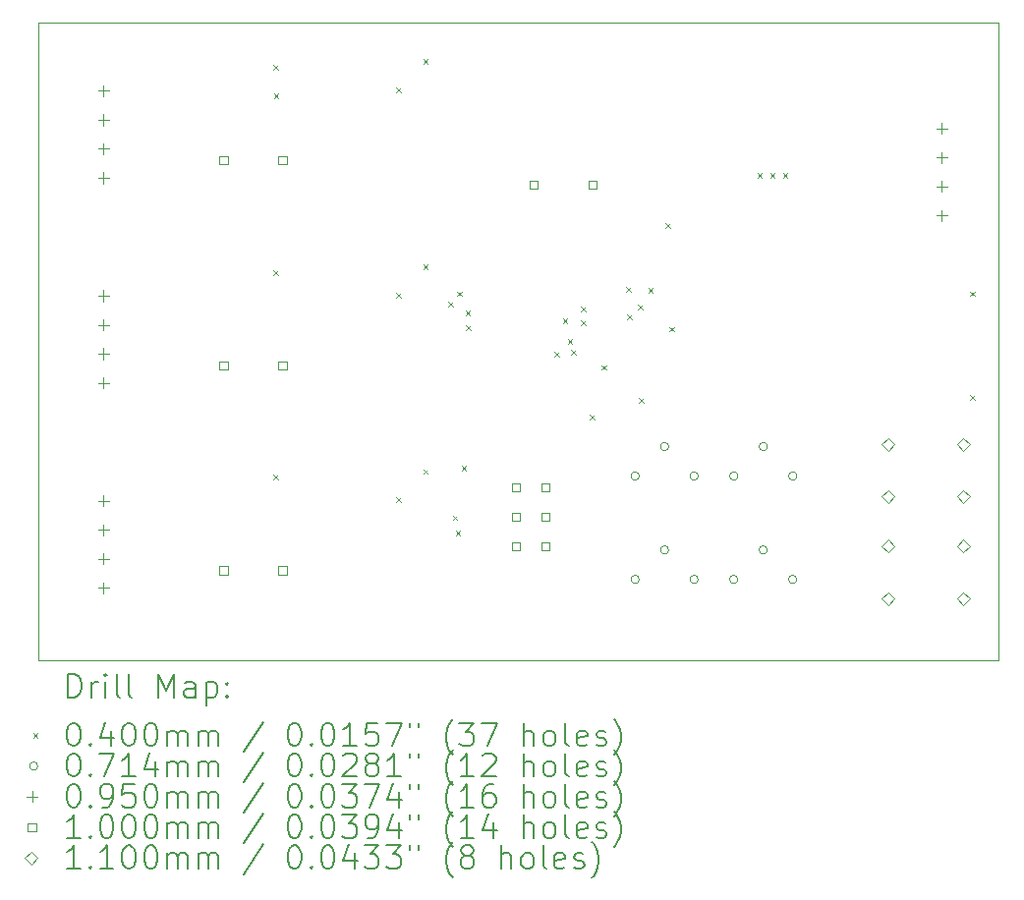
<source format=gbr>
%TF.GenerationSoftware,KiCad,Pcbnew,7.0.11-rc3*%
%TF.CreationDate,2025-09-10T17:00:18+08:00*%
%TF.ProjectId,328_3ch_can_devboard,3332385f-3363-4685-9f63-616e5f646576,rev?*%
%TF.SameCoordinates,Original*%
%TF.FileFunction,Drillmap*%
%TF.FilePolarity,Positive*%
%FSLAX45Y45*%
G04 Gerber Fmt 4.5, Leading zero omitted, Abs format (unit mm)*
G04 Created by KiCad (PCBNEW 7.0.11-rc3) date 2025-09-10 17:00:18*
%MOMM*%
%LPD*%
G01*
G04 APERTURE LIST*
%ADD10C,0.100000*%
%ADD11C,0.200000*%
%ADD12C,0.110000*%
G04 APERTURE END LIST*
D10*
X10525000Y-7400000D02*
X18800000Y-7400000D01*
X18800000Y-12900000D01*
X10525000Y-12900000D01*
X10525000Y-7400000D01*
D11*
D10*
X12551750Y-7768440D02*
X12591750Y-7808440D01*
X12591750Y-7768440D02*
X12551750Y-7808440D01*
X12551750Y-9534690D02*
X12591750Y-9574690D01*
X12591750Y-9534690D02*
X12551750Y-9574690D01*
X12551750Y-11300940D02*
X12591750Y-11340940D01*
X12591750Y-11300940D02*
X12551750Y-11340940D01*
X12552440Y-8011560D02*
X12592440Y-8051560D01*
X12592440Y-8011560D02*
X12552440Y-8051560D01*
X13604750Y-7963250D02*
X13644750Y-8003250D01*
X13644750Y-7963250D02*
X13604750Y-8003250D01*
X13604750Y-9729500D02*
X13644750Y-9769500D01*
X13644750Y-9729500D02*
X13604750Y-9769500D01*
X13604750Y-11495750D02*
X13644750Y-11535750D01*
X13644750Y-11495750D02*
X13604750Y-11535750D01*
X13841560Y-7720000D02*
X13881560Y-7760000D01*
X13881560Y-7720000D02*
X13841560Y-7760000D01*
X13841560Y-9486250D02*
X13881560Y-9526250D01*
X13881560Y-9486250D02*
X13841560Y-9526250D01*
X13841560Y-11252500D02*
X13881560Y-11292500D01*
X13881560Y-11252500D02*
X13841560Y-11292500D01*
X14055000Y-9810000D02*
X14095000Y-9850000D01*
X14095000Y-9810000D02*
X14055000Y-9850000D01*
X14095000Y-11650000D02*
X14135000Y-11690000D01*
X14135000Y-11650000D02*
X14095000Y-11690000D01*
X14120000Y-11780000D02*
X14160000Y-11820000D01*
X14160000Y-11780000D02*
X14120000Y-11820000D01*
X14135000Y-9720000D02*
X14175000Y-9760000D01*
X14175000Y-9720000D02*
X14135000Y-9760000D01*
X14170000Y-11220000D02*
X14210000Y-11260000D01*
X14210000Y-11220000D02*
X14170000Y-11260000D01*
X14205000Y-9885000D02*
X14245000Y-9925000D01*
X14245000Y-9885000D02*
X14205000Y-9925000D01*
X14210000Y-10010000D02*
X14250000Y-10050000D01*
X14250000Y-10010000D02*
X14210000Y-10050000D01*
X14970000Y-10240000D02*
X15010000Y-10280000D01*
X15010000Y-10240000D02*
X14970000Y-10280000D01*
X15042500Y-9952500D02*
X15082500Y-9992500D01*
X15082500Y-9952500D02*
X15042500Y-9992500D01*
X15085000Y-10130000D02*
X15125000Y-10170000D01*
X15125000Y-10130000D02*
X15085000Y-10170000D01*
X15116623Y-10224869D02*
X15156623Y-10264869D01*
X15156623Y-10224869D02*
X15116623Y-10264869D01*
X15200000Y-9850000D02*
X15240000Y-9890000D01*
X15240000Y-9850000D02*
X15200000Y-9890000D01*
X15200000Y-9970000D02*
X15240000Y-10010000D01*
X15240000Y-9970000D02*
X15200000Y-10010000D01*
X15275000Y-10780000D02*
X15315000Y-10820000D01*
X15315000Y-10780000D02*
X15275000Y-10820000D01*
X15375000Y-10355000D02*
X15415000Y-10395000D01*
X15415000Y-10355000D02*
X15375000Y-10395000D01*
X15590000Y-9680000D02*
X15630000Y-9720000D01*
X15630000Y-9680000D02*
X15590000Y-9720000D01*
X15600000Y-9920000D02*
X15640000Y-9960000D01*
X15640000Y-9920000D02*
X15600000Y-9960000D01*
X15690000Y-9835000D02*
X15730000Y-9875000D01*
X15730000Y-9835000D02*
X15690000Y-9875000D01*
X15698440Y-10640000D02*
X15738440Y-10680000D01*
X15738440Y-10640000D02*
X15698440Y-10680000D01*
X15780000Y-9690000D02*
X15820000Y-9730000D01*
X15820000Y-9690000D02*
X15780000Y-9730000D01*
X15930000Y-9131560D02*
X15970000Y-9171560D01*
X15970000Y-9131560D02*
X15930000Y-9171560D01*
X15960000Y-10025000D02*
X16000000Y-10065000D01*
X16000000Y-10025000D02*
X15960000Y-10065000D01*
X16720000Y-8700000D02*
X16760000Y-8740000D01*
X16760000Y-8700000D02*
X16720000Y-8740000D01*
X16830000Y-8700000D02*
X16870000Y-8740000D01*
X16870000Y-8700000D02*
X16830000Y-8740000D01*
X16940000Y-8700000D02*
X16980000Y-8740000D01*
X16980000Y-8700000D02*
X16940000Y-8740000D01*
X18551690Y-10610000D02*
X18591690Y-10650000D01*
X18591690Y-10610000D02*
X18551690Y-10650000D01*
X18553838Y-9720250D02*
X18593838Y-9760250D01*
X18593838Y-9720250D02*
X18553838Y-9760250D01*
X15701700Y-11310000D02*
G75*
G03*
X15630300Y-11310000I-35700J0D01*
G01*
X15630300Y-11310000D02*
G75*
G03*
X15701700Y-11310000I35700J0D01*
G01*
X15701700Y-12200000D02*
G75*
G03*
X15630300Y-12200000I-35700J0D01*
G01*
X15630300Y-12200000D02*
G75*
G03*
X15701700Y-12200000I35700J0D01*
G01*
X15955700Y-11056000D02*
G75*
G03*
X15884300Y-11056000I-35700J0D01*
G01*
X15884300Y-11056000D02*
G75*
G03*
X15955700Y-11056000I35700J0D01*
G01*
X15955700Y-11946000D02*
G75*
G03*
X15884300Y-11946000I-35700J0D01*
G01*
X15884300Y-11946000D02*
G75*
G03*
X15955700Y-11946000I35700J0D01*
G01*
X16209700Y-11310000D02*
G75*
G03*
X16138300Y-11310000I-35700J0D01*
G01*
X16138300Y-11310000D02*
G75*
G03*
X16209700Y-11310000I35700J0D01*
G01*
X16209700Y-12200000D02*
G75*
G03*
X16138300Y-12200000I-35700J0D01*
G01*
X16138300Y-12200000D02*
G75*
G03*
X16209700Y-12200000I35700J0D01*
G01*
X16551700Y-11310000D02*
G75*
G03*
X16480300Y-11310000I-35700J0D01*
G01*
X16480300Y-11310000D02*
G75*
G03*
X16551700Y-11310000I35700J0D01*
G01*
X16551700Y-12200000D02*
G75*
G03*
X16480300Y-12200000I-35700J0D01*
G01*
X16480300Y-12200000D02*
G75*
G03*
X16551700Y-12200000I35700J0D01*
G01*
X16805700Y-11056000D02*
G75*
G03*
X16734300Y-11056000I-35700J0D01*
G01*
X16734300Y-11056000D02*
G75*
G03*
X16805700Y-11056000I35700J0D01*
G01*
X16805700Y-11946000D02*
G75*
G03*
X16734300Y-11946000I-35700J0D01*
G01*
X16734300Y-11946000D02*
G75*
G03*
X16805700Y-11946000I35700J0D01*
G01*
X17059700Y-11310000D02*
G75*
G03*
X16988300Y-11310000I-35700J0D01*
G01*
X16988300Y-11310000D02*
G75*
G03*
X17059700Y-11310000I35700J0D01*
G01*
X17059700Y-12200000D02*
G75*
G03*
X16988300Y-12200000I-35700J0D01*
G01*
X16988300Y-12200000D02*
G75*
G03*
X17059700Y-12200000I35700J0D01*
G01*
X11087500Y-7942500D02*
X11087500Y-8037500D01*
X11040000Y-7990000D02*
X11135000Y-7990000D01*
X11087500Y-8192500D02*
X11087500Y-8287500D01*
X11040000Y-8240000D02*
X11135000Y-8240000D01*
X11087500Y-8442500D02*
X11087500Y-8537500D01*
X11040000Y-8490000D02*
X11135000Y-8490000D01*
X11087500Y-8692500D02*
X11087500Y-8787500D01*
X11040000Y-8740000D02*
X11135000Y-8740000D01*
X11087500Y-9708750D02*
X11087500Y-9803750D01*
X11040000Y-9756250D02*
X11135000Y-9756250D01*
X11087500Y-9958750D02*
X11087500Y-10053750D01*
X11040000Y-10006250D02*
X11135000Y-10006250D01*
X11087500Y-10208750D02*
X11087500Y-10303750D01*
X11040000Y-10256250D02*
X11135000Y-10256250D01*
X11087500Y-10458750D02*
X11087500Y-10553750D01*
X11040000Y-10506250D02*
X11135000Y-10506250D01*
X11087500Y-11475000D02*
X11087500Y-11570000D01*
X11040000Y-11522500D02*
X11135000Y-11522500D01*
X11087500Y-11725000D02*
X11087500Y-11820000D01*
X11040000Y-11772500D02*
X11135000Y-11772500D01*
X11087500Y-11975000D02*
X11087500Y-12070000D01*
X11040000Y-12022500D02*
X11135000Y-12022500D01*
X11087500Y-12225000D02*
X11087500Y-12320000D01*
X11040000Y-12272500D02*
X11135000Y-12272500D01*
X18307500Y-8267500D02*
X18307500Y-8362500D01*
X18260000Y-8315000D02*
X18355000Y-8315000D01*
X18307500Y-8517500D02*
X18307500Y-8612500D01*
X18260000Y-8565000D02*
X18355000Y-8565000D01*
X18307500Y-8767500D02*
X18307500Y-8862500D01*
X18260000Y-8815000D02*
X18355000Y-8815000D01*
X18307500Y-9017500D02*
X18307500Y-9112500D01*
X18260000Y-9065000D02*
X18355000Y-9065000D01*
X12156684Y-8625356D02*
X12156684Y-8554644D01*
X12085972Y-8554644D01*
X12085972Y-8625356D01*
X12156684Y-8625356D01*
X12156684Y-10391606D02*
X12156684Y-10320894D01*
X12085972Y-10320894D01*
X12085972Y-10391606D01*
X12156684Y-10391606D01*
X12156684Y-12157856D02*
X12156684Y-12087144D01*
X12085972Y-12087144D01*
X12085972Y-12157856D01*
X12156684Y-12157856D01*
X12664684Y-8625356D02*
X12664684Y-8554644D01*
X12593972Y-8554644D01*
X12593972Y-8625356D01*
X12664684Y-8625356D01*
X12664684Y-10391606D02*
X12664684Y-10320894D01*
X12593972Y-10320894D01*
X12593972Y-10391606D01*
X12664684Y-10391606D01*
X12664684Y-12157856D02*
X12664684Y-12087144D01*
X12593972Y-12087144D01*
X12593972Y-12157856D01*
X12664684Y-12157856D01*
X14675356Y-11441356D02*
X14675356Y-11370644D01*
X14604644Y-11370644D01*
X14604644Y-11441356D01*
X14675356Y-11441356D01*
X14675356Y-11695356D02*
X14675356Y-11624644D01*
X14604644Y-11624644D01*
X14604644Y-11695356D01*
X14675356Y-11695356D01*
X14675356Y-11949356D02*
X14675356Y-11878644D01*
X14604644Y-11878644D01*
X14604644Y-11949356D01*
X14675356Y-11949356D01*
X14826028Y-8835356D02*
X14826028Y-8764644D01*
X14755316Y-8764644D01*
X14755316Y-8835356D01*
X14826028Y-8835356D01*
X14929356Y-11441356D02*
X14929356Y-11370644D01*
X14858644Y-11370644D01*
X14858644Y-11441356D01*
X14929356Y-11441356D01*
X14929356Y-11695356D02*
X14929356Y-11624644D01*
X14858644Y-11624644D01*
X14858644Y-11695356D01*
X14929356Y-11695356D01*
X14929356Y-11949356D02*
X14929356Y-11878644D01*
X14858644Y-11878644D01*
X14858644Y-11949356D01*
X14929356Y-11949356D01*
X15334028Y-8835356D02*
X15334028Y-8764644D01*
X15263316Y-8764644D01*
X15263316Y-8835356D01*
X15334028Y-8835356D01*
D12*
X17845000Y-11090000D02*
X17900000Y-11035000D01*
X17845000Y-10980000D01*
X17790000Y-11035000D01*
X17845000Y-11090000D01*
X17845000Y-11540000D02*
X17900000Y-11485000D01*
X17845000Y-11430000D01*
X17790000Y-11485000D01*
X17845000Y-11540000D01*
X17845000Y-11970000D02*
X17900000Y-11915000D01*
X17845000Y-11860000D01*
X17790000Y-11915000D01*
X17845000Y-11970000D01*
X17845000Y-12420000D02*
X17900000Y-12365000D01*
X17845000Y-12310000D01*
X17790000Y-12365000D01*
X17845000Y-12420000D01*
X18495000Y-11090000D02*
X18550000Y-11035000D01*
X18495000Y-10980000D01*
X18440000Y-11035000D01*
X18495000Y-11090000D01*
X18495000Y-11540000D02*
X18550000Y-11485000D01*
X18495000Y-11430000D01*
X18440000Y-11485000D01*
X18495000Y-11540000D01*
X18495000Y-11970000D02*
X18550000Y-11915000D01*
X18495000Y-11860000D01*
X18440000Y-11915000D01*
X18495000Y-11970000D01*
X18495000Y-12420000D02*
X18550000Y-12365000D01*
X18495000Y-12310000D01*
X18440000Y-12365000D01*
X18495000Y-12420000D01*
D11*
X10780777Y-13216484D02*
X10780777Y-13016484D01*
X10780777Y-13016484D02*
X10828396Y-13016484D01*
X10828396Y-13016484D02*
X10856967Y-13026008D01*
X10856967Y-13026008D02*
X10876015Y-13045055D01*
X10876015Y-13045055D02*
X10885539Y-13064103D01*
X10885539Y-13064103D02*
X10895063Y-13102198D01*
X10895063Y-13102198D02*
X10895063Y-13130769D01*
X10895063Y-13130769D02*
X10885539Y-13168865D01*
X10885539Y-13168865D02*
X10876015Y-13187912D01*
X10876015Y-13187912D02*
X10856967Y-13206960D01*
X10856967Y-13206960D02*
X10828396Y-13216484D01*
X10828396Y-13216484D02*
X10780777Y-13216484D01*
X10980777Y-13216484D02*
X10980777Y-13083150D01*
X10980777Y-13121246D02*
X10990301Y-13102198D01*
X10990301Y-13102198D02*
X10999824Y-13092674D01*
X10999824Y-13092674D02*
X11018872Y-13083150D01*
X11018872Y-13083150D02*
X11037920Y-13083150D01*
X11104586Y-13216484D02*
X11104586Y-13083150D01*
X11104586Y-13016484D02*
X11095063Y-13026008D01*
X11095063Y-13026008D02*
X11104586Y-13035531D01*
X11104586Y-13035531D02*
X11114110Y-13026008D01*
X11114110Y-13026008D02*
X11104586Y-13016484D01*
X11104586Y-13016484D02*
X11104586Y-13035531D01*
X11228396Y-13216484D02*
X11209348Y-13206960D01*
X11209348Y-13206960D02*
X11199824Y-13187912D01*
X11199824Y-13187912D02*
X11199824Y-13016484D01*
X11333158Y-13216484D02*
X11314110Y-13206960D01*
X11314110Y-13206960D02*
X11304586Y-13187912D01*
X11304586Y-13187912D02*
X11304586Y-13016484D01*
X11561729Y-13216484D02*
X11561729Y-13016484D01*
X11561729Y-13016484D02*
X11628396Y-13159341D01*
X11628396Y-13159341D02*
X11695062Y-13016484D01*
X11695062Y-13016484D02*
X11695062Y-13216484D01*
X11876015Y-13216484D02*
X11876015Y-13111722D01*
X11876015Y-13111722D02*
X11866491Y-13092674D01*
X11866491Y-13092674D02*
X11847443Y-13083150D01*
X11847443Y-13083150D02*
X11809348Y-13083150D01*
X11809348Y-13083150D02*
X11790301Y-13092674D01*
X11876015Y-13206960D02*
X11856967Y-13216484D01*
X11856967Y-13216484D02*
X11809348Y-13216484D01*
X11809348Y-13216484D02*
X11790301Y-13206960D01*
X11790301Y-13206960D02*
X11780777Y-13187912D01*
X11780777Y-13187912D02*
X11780777Y-13168865D01*
X11780777Y-13168865D02*
X11790301Y-13149817D01*
X11790301Y-13149817D02*
X11809348Y-13140293D01*
X11809348Y-13140293D02*
X11856967Y-13140293D01*
X11856967Y-13140293D02*
X11876015Y-13130769D01*
X11971253Y-13083150D02*
X11971253Y-13283150D01*
X11971253Y-13092674D02*
X11990301Y-13083150D01*
X11990301Y-13083150D02*
X12028396Y-13083150D01*
X12028396Y-13083150D02*
X12047443Y-13092674D01*
X12047443Y-13092674D02*
X12056967Y-13102198D01*
X12056967Y-13102198D02*
X12066491Y-13121246D01*
X12066491Y-13121246D02*
X12066491Y-13178388D01*
X12066491Y-13178388D02*
X12056967Y-13197436D01*
X12056967Y-13197436D02*
X12047443Y-13206960D01*
X12047443Y-13206960D02*
X12028396Y-13216484D01*
X12028396Y-13216484D02*
X11990301Y-13216484D01*
X11990301Y-13216484D02*
X11971253Y-13206960D01*
X12152205Y-13197436D02*
X12161729Y-13206960D01*
X12161729Y-13206960D02*
X12152205Y-13216484D01*
X12152205Y-13216484D02*
X12142682Y-13206960D01*
X12142682Y-13206960D02*
X12152205Y-13197436D01*
X12152205Y-13197436D02*
X12152205Y-13216484D01*
X12152205Y-13092674D02*
X12161729Y-13102198D01*
X12161729Y-13102198D02*
X12152205Y-13111722D01*
X12152205Y-13111722D02*
X12142682Y-13102198D01*
X12142682Y-13102198D02*
X12152205Y-13092674D01*
X12152205Y-13092674D02*
X12152205Y-13111722D01*
D10*
X10480000Y-13525000D02*
X10520000Y-13565000D01*
X10520000Y-13525000D02*
X10480000Y-13565000D01*
D11*
X10818872Y-13436484D02*
X10837920Y-13436484D01*
X10837920Y-13436484D02*
X10856967Y-13446008D01*
X10856967Y-13446008D02*
X10866491Y-13455531D01*
X10866491Y-13455531D02*
X10876015Y-13474579D01*
X10876015Y-13474579D02*
X10885539Y-13512674D01*
X10885539Y-13512674D02*
X10885539Y-13560293D01*
X10885539Y-13560293D02*
X10876015Y-13598388D01*
X10876015Y-13598388D02*
X10866491Y-13617436D01*
X10866491Y-13617436D02*
X10856967Y-13626960D01*
X10856967Y-13626960D02*
X10837920Y-13636484D01*
X10837920Y-13636484D02*
X10818872Y-13636484D01*
X10818872Y-13636484D02*
X10799824Y-13626960D01*
X10799824Y-13626960D02*
X10790301Y-13617436D01*
X10790301Y-13617436D02*
X10780777Y-13598388D01*
X10780777Y-13598388D02*
X10771253Y-13560293D01*
X10771253Y-13560293D02*
X10771253Y-13512674D01*
X10771253Y-13512674D02*
X10780777Y-13474579D01*
X10780777Y-13474579D02*
X10790301Y-13455531D01*
X10790301Y-13455531D02*
X10799824Y-13446008D01*
X10799824Y-13446008D02*
X10818872Y-13436484D01*
X10971253Y-13617436D02*
X10980777Y-13626960D01*
X10980777Y-13626960D02*
X10971253Y-13636484D01*
X10971253Y-13636484D02*
X10961729Y-13626960D01*
X10961729Y-13626960D02*
X10971253Y-13617436D01*
X10971253Y-13617436D02*
X10971253Y-13636484D01*
X11152205Y-13503150D02*
X11152205Y-13636484D01*
X11104586Y-13426960D02*
X11056967Y-13569817D01*
X11056967Y-13569817D02*
X11180777Y-13569817D01*
X11295062Y-13436484D02*
X11314110Y-13436484D01*
X11314110Y-13436484D02*
X11333158Y-13446008D01*
X11333158Y-13446008D02*
X11342682Y-13455531D01*
X11342682Y-13455531D02*
X11352205Y-13474579D01*
X11352205Y-13474579D02*
X11361729Y-13512674D01*
X11361729Y-13512674D02*
X11361729Y-13560293D01*
X11361729Y-13560293D02*
X11352205Y-13598388D01*
X11352205Y-13598388D02*
X11342682Y-13617436D01*
X11342682Y-13617436D02*
X11333158Y-13626960D01*
X11333158Y-13626960D02*
X11314110Y-13636484D01*
X11314110Y-13636484D02*
X11295062Y-13636484D01*
X11295062Y-13636484D02*
X11276015Y-13626960D01*
X11276015Y-13626960D02*
X11266491Y-13617436D01*
X11266491Y-13617436D02*
X11256967Y-13598388D01*
X11256967Y-13598388D02*
X11247443Y-13560293D01*
X11247443Y-13560293D02*
X11247443Y-13512674D01*
X11247443Y-13512674D02*
X11256967Y-13474579D01*
X11256967Y-13474579D02*
X11266491Y-13455531D01*
X11266491Y-13455531D02*
X11276015Y-13446008D01*
X11276015Y-13446008D02*
X11295062Y-13436484D01*
X11485539Y-13436484D02*
X11504586Y-13436484D01*
X11504586Y-13436484D02*
X11523634Y-13446008D01*
X11523634Y-13446008D02*
X11533158Y-13455531D01*
X11533158Y-13455531D02*
X11542682Y-13474579D01*
X11542682Y-13474579D02*
X11552205Y-13512674D01*
X11552205Y-13512674D02*
X11552205Y-13560293D01*
X11552205Y-13560293D02*
X11542682Y-13598388D01*
X11542682Y-13598388D02*
X11533158Y-13617436D01*
X11533158Y-13617436D02*
X11523634Y-13626960D01*
X11523634Y-13626960D02*
X11504586Y-13636484D01*
X11504586Y-13636484D02*
X11485539Y-13636484D01*
X11485539Y-13636484D02*
X11466491Y-13626960D01*
X11466491Y-13626960D02*
X11456967Y-13617436D01*
X11456967Y-13617436D02*
X11447443Y-13598388D01*
X11447443Y-13598388D02*
X11437920Y-13560293D01*
X11437920Y-13560293D02*
X11437920Y-13512674D01*
X11437920Y-13512674D02*
X11447443Y-13474579D01*
X11447443Y-13474579D02*
X11456967Y-13455531D01*
X11456967Y-13455531D02*
X11466491Y-13446008D01*
X11466491Y-13446008D02*
X11485539Y-13436484D01*
X11637920Y-13636484D02*
X11637920Y-13503150D01*
X11637920Y-13522198D02*
X11647443Y-13512674D01*
X11647443Y-13512674D02*
X11666491Y-13503150D01*
X11666491Y-13503150D02*
X11695063Y-13503150D01*
X11695063Y-13503150D02*
X11714110Y-13512674D01*
X11714110Y-13512674D02*
X11723634Y-13531722D01*
X11723634Y-13531722D02*
X11723634Y-13636484D01*
X11723634Y-13531722D02*
X11733158Y-13512674D01*
X11733158Y-13512674D02*
X11752205Y-13503150D01*
X11752205Y-13503150D02*
X11780777Y-13503150D01*
X11780777Y-13503150D02*
X11799824Y-13512674D01*
X11799824Y-13512674D02*
X11809348Y-13531722D01*
X11809348Y-13531722D02*
X11809348Y-13636484D01*
X11904586Y-13636484D02*
X11904586Y-13503150D01*
X11904586Y-13522198D02*
X11914110Y-13512674D01*
X11914110Y-13512674D02*
X11933158Y-13503150D01*
X11933158Y-13503150D02*
X11961729Y-13503150D01*
X11961729Y-13503150D02*
X11980777Y-13512674D01*
X11980777Y-13512674D02*
X11990301Y-13531722D01*
X11990301Y-13531722D02*
X11990301Y-13636484D01*
X11990301Y-13531722D02*
X11999824Y-13512674D01*
X11999824Y-13512674D02*
X12018872Y-13503150D01*
X12018872Y-13503150D02*
X12047443Y-13503150D01*
X12047443Y-13503150D02*
X12066491Y-13512674D01*
X12066491Y-13512674D02*
X12076015Y-13531722D01*
X12076015Y-13531722D02*
X12076015Y-13636484D01*
X12466491Y-13426960D02*
X12295063Y-13684103D01*
X12723634Y-13436484D02*
X12742682Y-13436484D01*
X12742682Y-13436484D02*
X12761729Y-13446008D01*
X12761729Y-13446008D02*
X12771253Y-13455531D01*
X12771253Y-13455531D02*
X12780777Y-13474579D01*
X12780777Y-13474579D02*
X12790301Y-13512674D01*
X12790301Y-13512674D02*
X12790301Y-13560293D01*
X12790301Y-13560293D02*
X12780777Y-13598388D01*
X12780777Y-13598388D02*
X12771253Y-13617436D01*
X12771253Y-13617436D02*
X12761729Y-13626960D01*
X12761729Y-13626960D02*
X12742682Y-13636484D01*
X12742682Y-13636484D02*
X12723634Y-13636484D01*
X12723634Y-13636484D02*
X12704586Y-13626960D01*
X12704586Y-13626960D02*
X12695063Y-13617436D01*
X12695063Y-13617436D02*
X12685539Y-13598388D01*
X12685539Y-13598388D02*
X12676015Y-13560293D01*
X12676015Y-13560293D02*
X12676015Y-13512674D01*
X12676015Y-13512674D02*
X12685539Y-13474579D01*
X12685539Y-13474579D02*
X12695063Y-13455531D01*
X12695063Y-13455531D02*
X12704586Y-13446008D01*
X12704586Y-13446008D02*
X12723634Y-13436484D01*
X12876015Y-13617436D02*
X12885539Y-13626960D01*
X12885539Y-13626960D02*
X12876015Y-13636484D01*
X12876015Y-13636484D02*
X12866491Y-13626960D01*
X12866491Y-13626960D02*
X12876015Y-13617436D01*
X12876015Y-13617436D02*
X12876015Y-13636484D01*
X13009348Y-13436484D02*
X13028396Y-13436484D01*
X13028396Y-13436484D02*
X13047444Y-13446008D01*
X13047444Y-13446008D02*
X13056967Y-13455531D01*
X13056967Y-13455531D02*
X13066491Y-13474579D01*
X13066491Y-13474579D02*
X13076015Y-13512674D01*
X13076015Y-13512674D02*
X13076015Y-13560293D01*
X13076015Y-13560293D02*
X13066491Y-13598388D01*
X13066491Y-13598388D02*
X13056967Y-13617436D01*
X13056967Y-13617436D02*
X13047444Y-13626960D01*
X13047444Y-13626960D02*
X13028396Y-13636484D01*
X13028396Y-13636484D02*
X13009348Y-13636484D01*
X13009348Y-13636484D02*
X12990301Y-13626960D01*
X12990301Y-13626960D02*
X12980777Y-13617436D01*
X12980777Y-13617436D02*
X12971253Y-13598388D01*
X12971253Y-13598388D02*
X12961729Y-13560293D01*
X12961729Y-13560293D02*
X12961729Y-13512674D01*
X12961729Y-13512674D02*
X12971253Y-13474579D01*
X12971253Y-13474579D02*
X12980777Y-13455531D01*
X12980777Y-13455531D02*
X12990301Y-13446008D01*
X12990301Y-13446008D02*
X13009348Y-13436484D01*
X13266491Y-13636484D02*
X13152206Y-13636484D01*
X13209348Y-13636484D02*
X13209348Y-13436484D01*
X13209348Y-13436484D02*
X13190301Y-13465055D01*
X13190301Y-13465055D02*
X13171253Y-13484103D01*
X13171253Y-13484103D02*
X13152206Y-13493627D01*
X13447444Y-13436484D02*
X13352206Y-13436484D01*
X13352206Y-13436484D02*
X13342682Y-13531722D01*
X13342682Y-13531722D02*
X13352206Y-13522198D01*
X13352206Y-13522198D02*
X13371253Y-13512674D01*
X13371253Y-13512674D02*
X13418872Y-13512674D01*
X13418872Y-13512674D02*
X13437920Y-13522198D01*
X13437920Y-13522198D02*
X13447444Y-13531722D01*
X13447444Y-13531722D02*
X13456967Y-13550769D01*
X13456967Y-13550769D02*
X13456967Y-13598388D01*
X13456967Y-13598388D02*
X13447444Y-13617436D01*
X13447444Y-13617436D02*
X13437920Y-13626960D01*
X13437920Y-13626960D02*
X13418872Y-13636484D01*
X13418872Y-13636484D02*
X13371253Y-13636484D01*
X13371253Y-13636484D02*
X13352206Y-13626960D01*
X13352206Y-13626960D02*
X13342682Y-13617436D01*
X13523634Y-13436484D02*
X13656967Y-13436484D01*
X13656967Y-13436484D02*
X13571253Y-13636484D01*
X13723634Y-13436484D02*
X13723634Y-13474579D01*
X13799825Y-13436484D02*
X13799825Y-13474579D01*
X14095063Y-13712674D02*
X14085539Y-13703150D01*
X14085539Y-13703150D02*
X14066491Y-13674579D01*
X14066491Y-13674579D02*
X14056968Y-13655531D01*
X14056968Y-13655531D02*
X14047444Y-13626960D01*
X14047444Y-13626960D02*
X14037920Y-13579341D01*
X14037920Y-13579341D02*
X14037920Y-13541246D01*
X14037920Y-13541246D02*
X14047444Y-13493627D01*
X14047444Y-13493627D02*
X14056968Y-13465055D01*
X14056968Y-13465055D02*
X14066491Y-13446008D01*
X14066491Y-13446008D02*
X14085539Y-13417436D01*
X14085539Y-13417436D02*
X14095063Y-13407912D01*
X14152206Y-13436484D02*
X14276015Y-13436484D01*
X14276015Y-13436484D02*
X14209348Y-13512674D01*
X14209348Y-13512674D02*
X14237920Y-13512674D01*
X14237920Y-13512674D02*
X14256968Y-13522198D01*
X14256968Y-13522198D02*
X14266491Y-13531722D01*
X14266491Y-13531722D02*
X14276015Y-13550769D01*
X14276015Y-13550769D02*
X14276015Y-13598388D01*
X14276015Y-13598388D02*
X14266491Y-13617436D01*
X14266491Y-13617436D02*
X14256968Y-13626960D01*
X14256968Y-13626960D02*
X14237920Y-13636484D01*
X14237920Y-13636484D02*
X14180777Y-13636484D01*
X14180777Y-13636484D02*
X14161729Y-13626960D01*
X14161729Y-13626960D02*
X14152206Y-13617436D01*
X14342682Y-13436484D02*
X14476015Y-13436484D01*
X14476015Y-13436484D02*
X14390301Y-13636484D01*
X14704587Y-13636484D02*
X14704587Y-13436484D01*
X14790301Y-13636484D02*
X14790301Y-13531722D01*
X14790301Y-13531722D02*
X14780777Y-13512674D01*
X14780777Y-13512674D02*
X14761730Y-13503150D01*
X14761730Y-13503150D02*
X14733158Y-13503150D01*
X14733158Y-13503150D02*
X14714110Y-13512674D01*
X14714110Y-13512674D02*
X14704587Y-13522198D01*
X14914110Y-13636484D02*
X14895063Y-13626960D01*
X14895063Y-13626960D02*
X14885539Y-13617436D01*
X14885539Y-13617436D02*
X14876015Y-13598388D01*
X14876015Y-13598388D02*
X14876015Y-13541246D01*
X14876015Y-13541246D02*
X14885539Y-13522198D01*
X14885539Y-13522198D02*
X14895063Y-13512674D01*
X14895063Y-13512674D02*
X14914110Y-13503150D01*
X14914110Y-13503150D02*
X14942682Y-13503150D01*
X14942682Y-13503150D02*
X14961730Y-13512674D01*
X14961730Y-13512674D02*
X14971253Y-13522198D01*
X14971253Y-13522198D02*
X14980777Y-13541246D01*
X14980777Y-13541246D02*
X14980777Y-13598388D01*
X14980777Y-13598388D02*
X14971253Y-13617436D01*
X14971253Y-13617436D02*
X14961730Y-13626960D01*
X14961730Y-13626960D02*
X14942682Y-13636484D01*
X14942682Y-13636484D02*
X14914110Y-13636484D01*
X15095063Y-13636484D02*
X15076015Y-13626960D01*
X15076015Y-13626960D02*
X15066491Y-13607912D01*
X15066491Y-13607912D02*
X15066491Y-13436484D01*
X15247444Y-13626960D02*
X15228396Y-13636484D01*
X15228396Y-13636484D02*
X15190301Y-13636484D01*
X15190301Y-13636484D02*
X15171253Y-13626960D01*
X15171253Y-13626960D02*
X15161730Y-13607912D01*
X15161730Y-13607912D02*
X15161730Y-13531722D01*
X15161730Y-13531722D02*
X15171253Y-13512674D01*
X15171253Y-13512674D02*
X15190301Y-13503150D01*
X15190301Y-13503150D02*
X15228396Y-13503150D01*
X15228396Y-13503150D02*
X15247444Y-13512674D01*
X15247444Y-13512674D02*
X15256968Y-13531722D01*
X15256968Y-13531722D02*
X15256968Y-13550769D01*
X15256968Y-13550769D02*
X15161730Y-13569817D01*
X15333158Y-13626960D02*
X15352206Y-13636484D01*
X15352206Y-13636484D02*
X15390301Y-13636484D01*
X15390301Y-13636484D02*
X15409349Y-13626960D01*
X15409349Y-13626960D02*
X15418872Y-13607912D01*
X15418872Y-13607912D02*
X15418872Y-13598388D01*
X15418872Y-13598388D02*
X15409349Y-13579341D01*
X15409349Y-13579341D02*
X15390301Y-13569817D01*
X15390301Y-13569817D02*
X15361730Y-13569817D01*
X15361730Y-13569817D02*
X15342682Y-13560293D01*
X15342682Y-13560293D02*
X15333158Y-13541246D01*
X15333158Y-13541246D02*
X15333158Y-13531722D01*
X15333158Y-13531722D02*
X15342682Y-13512674D01*
X15342682Y-13512674D02*
X15361730Y-13503150D01*
X15361730Y-13503150D02*
X15390301Y-13503150D01*
X15390301Y-13503150D02*
X15409349Y-13512674D01*
X15485539Y-13712674D02*
X15495063Y-13703150D01*
X15495063Y-13703150D02*
X15514111Y-13674579D01*
X15514111Y-13674579D02*
X15523634Y-13655531D01*
X15523634Y-13655531D02*
X15533158Y-13626960D01*
X15533158Y-13626960D02*
X15542682Y-13579341D01*
X15542682Y-13579341D02*
X15542682Y-13541246D01*
X15542682Y-13541246D02*
X15533158Y-13493627D01*
X15533158Y-13493627D02*
X15523634Y-13465055D01*
X15523634Y-13465055D02*
X15514111Y-13446008D01*
X15514111Y-13446008D02*
X15495063Y-13417436D01*
X15495063Y-13417436D02*
X15485539Y-13407912D01*
D10*
X10520000Y-13809000D02*
G75*
G03*
X10448600Y-13809000I-35700J0D01*
G01*
X10448600Y-13809000D02*
G75*
G03*
X10520000Y-13809000I35700J0D01*
G01*
D11*
X10818872Y-13700484D02*
X10837920Y-13700484D01*
X10837920Y-13700484D02*
X10856967Y-13710008D01*
X10856967Y-13710008D02*
X10866491Y-13719531D01*
X10866491Y-13719531D02*
X10876015Y-13738579D01*
X10876015Y-13738579D02*
X10885539Y-13776674D01*
X10885539Y-13776674D02*
X10885539Y-13824293D01*
X10885539Y-13824293D02*
X10876015Y-13862388D01*
X10876015Y-13862388D02*
X10866491Y-13881436D01*
X10866491Y-13881436D02*
X10856967Y-13890960D01*
X10856967Y-13890960D02*
X10837920Y-13900484D01*
X10837920Y-13900484D02*
X10818872Y-13900484D01*
X10818872Y-13900484D02*
X10799824Y-13890960D01*
X10799824Y-13890960D02*
X10790301Y-13881436D01*
X10790301Y-13881436D02*
X10780777Y-13862388D01*
X10780777Y-13862388D02*
X10771253Y-13824293D01*
X10771253Y-13824293D02*
X10771253Y-13776674D01*
X10771253Y-13776674D02*
X10780777Y-13738579D01*
X10780777Y-13738579D02*
X10790301Y-13719531D01*
X10790301Y-13719531D02*
X10799824Y-13710008D01*
X10799824Y-13710008D02*
X10818872Y-13700484D01*
X10971253Y-13881436D02*
X10980777Y-13890960D01*
X10980777Y-13890960D02*
X10971253Y-13900484D01*
X10971253Y-13900484D02*
X10961729Y-13890960D01*
X10961729Y-13890960D02*
X10971253Y-13881436D01*
X10971253Y-13881436D02*
X10971253Y-13900484D01*
X11047444Y-13700484D02*
X11180777Y-13700484D01*
X11180777Y-13700484D02*
X11095063Y-13900484D01*
X11361729Y-13900484D02*
X11247443Y-13900484D01*
X11304586Y-13900484D02*
X11304586Y-13700484D01*
X11304586Y-13700484D02*
X11285539Y-13729055D01*
X11285539Y-13729055D02*
X11266491Y-13748103D01*
X11266491Y-13748103D02*
X11247443Y-13757627D01*
X11533158Y-13767150D02*
X11533158Y-13900484D01*
X11485539Y-13690960D02*
X11437920Y-13833817D01*
X11437920Y-13833817D02*
X11561729Y-13833817D01*
X11637920Y-13900484D02*
X11637920Y-13767150D01*
X11637920Y-13786198D02*
X11647443Y-13776674D01*
X11647443Y-13776674D02*
X11666491Y-13767150D01*
X11666491Y-13767150D02*
X11695063Y-13767150D01*
X11695063Y-13767150D02*
X11714110Y-13776674D01*
X11714110Y-13776674D02*
X11723634Y-13795722D01*
X11723634Y-13795722D02*
X11723634Y-13900484D01*
X11723634Y-13795722D02*
X11733158Y-13776674D01*
X11733158Y-13776674D02*
X11752205Y-13767150D01*
X11752205Y-13767150D02*
X11780777Y-13767150D01*
X11780777Y-13767150D02*
X11799824Y-13776674D01*
X11799824Y-13776674D02*
X11809348Y-13795722D01*
X11809348Y-13795722D02*
X11809348Y-13900484D01*
X11904586Y-13900484D02*
X11904586Y-13767150D01*
X11904586Y-13786198D02*
X11914110Y-13776674D01*
X11914110Y-13776674D02*
X11933158Y-13767150D01*
X11933158Y-13767150D02*
X11961729Y-13767150D01*
X11961729Y-13767150D02*
X11980777Y-13776674D01*
X11980777Y-13776674D02*
X11990301Y-13795722D01*
X11990301Y-13795722D02*
X11990301Y-13900484D01*
X11990301Y-13795722D02*
X11999824Y-13776674D01*
X11999824Y-13776674D02*
X12018872Y-13767150D01*
X12018872Y-13767150D02*
X12047443Y-13767150D01*
X12047443Y-13767150D02*
X12066491Y-13776674D01*
X12066491Y-13776674D02*
X12076015Y-13795722D01*
X12076015Y-13795722D02*
X12076015Y-13900484D01*
X12466491Y-13690960D02*
X12295063Y-13948103D01*
X12723634Y-13700484D02*
X12742682Y-13700484D01*
X12742682Y-13700484D02*
X12761729Y-13710008D01*
X12761729Y-13710008D02*
X12771253Y-13719531D01*
X12771253Y-13719531D02*
X12780777Y-13738579D01*
X12780777Y-13738579D02*
X12790301Y-13776674D01*
X12790301Y-13776674D02*
X12790301Y-13824293D01*
X12790301Y-13824293D02*
X12780777Y-13862388D01*
X12780777Y-13862388D02*
X12771253Y-13881436D01*
X12771253Y-13881436D02*
X12761729Y-13890960D01*
X12761729Y-13890960D02*
X12742682Y-13900484D01*
X12742682Y-13900484D02*
X12723634Y-13900484D01*
X12723634Y-13900484D02*
X12704586Y-13890960D01*
X12704586Y-13890960D02*
X12695063Y-13881436D01*
X12695063Y-13881436D02*
X12685539Y-13862388D01*
X12685539Y-13862388D02*
X12676015Y-13824293D01*
X12676015Y-13824293D02*
X12676015Y-13776674D01*
X12676015Y-13776674D02*
X12685539Y-13738579D01*
X12685539Y-13738579D02*
X12695063Y-13719531D01*
X12695063Y-13719531D02*
X12704586Y-13710008D01*
X12704586Y-13710008D02*
X12723634Y-13700484D01*
X12876015Y-13881436D02*
X12885539Y-13890960D01*
X12885539Y-13890960D02*
X12876015Y-13900484D01*
X12876015Y-13900484D02*
X12866491Y-13890960D01*
X12866491Y-13890960D02*
X12876015Y-13881436D01*
X12876015Y-13881436D02*
X12876015Y-13900484D01*
X13009348Y-13700484D02*
X13028396Y-13700484D01*
X13028396Y-13700484D02*
X13047444Y-13710008D01*
X13047444Y-13710008D02*
X13056967Y-13719531D01*
X13056967Y-13719531D02*
X13066491Y-13738579D01*
X13066491Y-13738579D02*
X13076015Y-13776674D01*
X13076015Y-13776674D02*
X13076015Y-13824293D01*
X13076015Y-13824293D02*
X13066491Y-13862388D01*
X13066491Y-13862388D02*
X13056967Y-13881436D01*
X13056967Y-13881436D02*
X13047444Y-13890960D01*
X13047444Y-13890960D02*
X13028396Y-13900484D01*
X13028396Y-13900484D02*
X13009348Y-13900484D01*
X13009348Y-13900484D02*
X12990301Y-13890960D01*
X12990301Y-13890960D02*
X12980777Y-13881436D01*
X12980777Y-13881436D02*
X12971253Y-13862388D01*
X12971253Y-13862388D02*
X12961729Y-13824293D01*
X12961729Y-13824293D02*
X12961729Y-13776674D01*
X12961729Y-13776674D02*
X12971253Y-13738579D01*
X12971253Y-13738579D02*
X12980777Y-13719531D01*
X12980777Y-13719531D02*
X12990301Y-13710008D01*
X12990301Y-13710008D02*
X13009348Y-13700484D01*
X13152206Y-13719531D02*
X13161729Y-13710008D01*
X13161729Y-13710008D02*
X13180777Y-13700484D01*
X13180777Y-13700484D02*
X13228396Y-13700484D01*
X13228396Y-13700484D02*
X13247444Y-13710008D01*
X13247444Y-13710008D02*
X13256967Y-13719531D01*
X13256967Y-13719531D02*
X13266491Y-13738579D01*
X13266491Y-13738579D02*
X13266491Y-13757627D01*
X13266491Y-13757627D02*
X13256967Y-13786198D01*
X13256967Y-13786198D02*
X13142682Y-13900484D01*
X13142682Y-13900484D02*
X13266491Y-13900484D01*
X13380777Y-13786198D02*
X13361729Y-13776674D01*
X13361729Y-13776674D02*
X13352206Y-13767150D01*
X13352206Y-13767150D02*
X13342682Y-13748103D01*
X13342682Y-13748103D02*
X13342682Y-13738579D01*
X13342682Y-13738579D02*
X13352206Y-13719531D01*
X13352206Y-13719531D02*
X13361729Y-13710008D01*
X13361729Y-13710008D02*
X13380777Y-13700484D01*
X13380777Y-13700484D02*
X13418872Y-13700484D01*
X13418872Y-13700484D02*
X13437920Y-13710008D01*
X13437920Y-13710008D02*
X13447444Y-13719531D01*
X13447444Y-13719531D02*
X13456967Y-13738579D01*
X13456967Y-13738579D02*
X13456967Y-13748103D01*
X13456967Y-13748103D02*
X13447444Y-13767150D01*
X13447444Y-13767150D02*
X13437920Y-13776674D01*
X13437920Y-13776674D02*
X13418872Y-13786198D01*
X13418872Y-13786198D02*
X13380777Y-13786198D01*
X13380777Y-13786198D02*
X13361729Y-13795722D01*
X13361729Y-13795722D02*
X13352206Y-13805246D01*
X13352206Y-13805246D02*
X13342682Y-13824293D01*
X13342682Y-13824293D02*
X13342682Y-13862388D01*
X13342682Y-13862388D02*
X13352206Y-13881436D01*
X13352206Y-13881436D02*
X13361729Y-13890960D01*
X13361729Y-13890960D02*
X13380777Y-13900484D01*
X13380777Y-13900484D02*
X13418872Y-13900484D01*
X13418872Y-13900484D02*
X13437920Y-13890960D01*
X13437920Y-13890960D02*
X13447444Y-13881436D01*
X13447444Y-13881436D02*
X13456967Y-13862388D01*
X13456967Y-13862388D02*
X13456967Y-13824293D01*
X13456967Y-13824293D02*
X13447444Y-13805246D01*
X13447444Y-13805246D02*
X13437920Y-13795722D01*
X13437920Y-13795722D02*
X13418872Y-13786198D01*
X13647444Y-13900484D02*
X13533158Y-13900484D01*
X13590301Y-13900484D02*
X13590301Y-13700484D01*
X13590301Y-13700484D02*
X13571253Y-13729055D01*
X13571253Y-13729055D02*
X13552206Y-13748103D01*
X13552206Y-13748103D02*
X13533158Y-13757627D01*
X13723634Y-13700484D02*
X13723634Y-13738579D01*
X13799825Y-13700484D02*
X13799825Y-13738579D01*
X14095063Y-13976674D02*
X14085539Y-13967150D01*
X14085539Y-13967150D02*
X14066491Y-13938579D01*
X14066491Y-13938579D02*
X14056968Y-13919531D01*
X14056968Y-13919531D02*
X14047444Y-13890960D01*
X14047444Y-13890960D02*
X14037920Y-13843341D01*
X14037920Y-13843341D02*
X14037920Y-13805246D01*
X14037920Y-13805246D02*
X14047444Y-13757627D01*
X14047444Y-13757627D02*
X14056968Y-13729055D01*
X14056968Y-13729055D02*
X14066491Y-13710008D01*
X14066491Y-13710008D02*
X14085539Y-13681436D01*
X14085539Y-13681436D02*
X14095063Y-13671912D01*
X14276015Y-13900484D02*
X14161729Y-13900484D01*
X14218872Y-13900484D02*
X14218872Y-13700484D01*
X14218872Y-13700484D02*
X14199825Y-13729055D01*
X14199825Y-13729055D02*
X14180777Y-13748103D01*
X14180777Y-13748103D02*
X14161729Y-13757627D01*
X14352206Y-13719531D02*
X14361729Y-13710008D01*
X14361729Y-13710008D02*
X14380777Y-13700484D01*
X14380777Y-13700484D02*
X14428396Y-13700484D01*
X14428396Y-13700484D02*
X14447444Y-13710008D01*
X14447444Y-13710008D02*
X14456968Y-13719531D01*
X14456968Y-13719531D02*
X14466491Y-13738579D01*
X14466491Y-13738579D02*
X14466491Y-13757627D01*
X14466491Y-13757627D02*
X14456968Y-13786198D01*
X14456968Y-13786198D02*
X14342682Y-13900484D01*
X14342682Y-13900484D02*
X14466491Y-13900484D01*
X14704587Y-13900484D02*
X14704587Y-13700484D01*
X14790301Y-13900484D02*
X14790301Y-13795722D01*
X14790301Y-13795722D02*
X14780777Y-13776674D01*
X14780777Y-13776674D02*
X14761730Y-13767150D01*
X14761730Y-13767150D02*
X14733158Y-13767150D01*
X14733158Y-13767150D02*
X14714110Y-13776674D01*
X14714110Y-13776674D02*
X14704587Y-13786198D01*
X14914110Y-13900484D02*
X14895063Y-13890960D01*
X14895063Y-13890960D02*
X14885539Y-13881436D01*
X14885539Y-13881436D02*
X14876015Y-13862388D01*
X14876015Y-13862388D02*
X14876015Y-13805246D01*
X14876015Y-13805246D02*
X14885539Y-13786198D01*
X14885539Y-13786198D02*
X14895063Y-13776674D01*
X14895063Y-13776674D02*
X14914110Y-13767150D01*
X14914110Y-13767150D02*
X14942682Y-13767150D01*
X14942682Y-13767150D02*
X14961730Y-13776674D01*
X14961730Y-13776674D02*
X14971253Y-13786198D01*
X14971253Y-13786198D02*
X14980777Y-13805246D01*
X14980777Y-13805246D02*
X14980777Y-13862388D01*
X14980777Y-13862388D02*
X14971253Y-13881436D01*
X14971253Y-13881436D02*
X14961730Y-13890960D01*
X14961730Y-13890960D02*
X14942682Y-13900484D01*
X14942682Y-13900484D02*
X14914110Y-13900484D01*
X15095063Y-13900484D02*
X15076015Y-13890960D01*
X15076015Y-13890960D02*
X15066491Y-13871912D01*
X15066491Y-13871912D02*
X15066491Y-13700484D01*
X15247444Y-13890960D02*
X15228396Y-13900484D01*
X15228396Y-13900484D02*
X15190301Y-13900484D01*
X15190301Y-13900484D02*
X15171253Y-13890960D01*
X15171253Y-13890960D02*
X15161730Y-13871912D01*
X15161730Y-13871912D02*
X15161730Y-13795722D01*
X15161730Y-13795722D02*
X15171253Y-13776674D01*
X15171253Y-13776674D02*
X15190301Y-13767150D01*
X15190301Y-13767150D02*
X15228396Y-13767150D01*
X15228396Y-13767150D02*
X15247444Y-13776674D01*
X15247444Y-13776674D02*
X15256968Y-13795722D01*
X15256968Y-13795722D02*
X15256968Y-13814769D01*
X15256968Y-13814769D02*
X15161730Y-13833817D01*
X15333158Y-13890960D02*
X15352206Y-13900484D01*
X15352206Y-13900484D02*
X15390301Y-13900484D01*
X15390301Y-13900484D02*
X15409349Y-13890960D01*
X15409349Y-13890960D02*
X15418872Y-13871912D01*
X15418872Y-13871912D02*
X15418872Y-13862388D01*
X15418872Y-13862388D02*
X15409349Y-13843341D01*
X15409349Y-13843341D02*
X15390301Y-13833817D01*
X15390301Y-13833817D02*
X15361730Y-13833817D01*
X15361730Y-13833817D02*
X15342682Y-13824293D01*
X15342682Y-13824293D02*
X15333158Y-13805246D01*
X15333158Y-13805246D02*
X15333158Y-13795722D01*
X15333158Y-13795722D02*
X15342682Y-13776674D01*
X15342682Y-13776674D02*
X15361730Y-13767150D01*
X15361730Y-13767150D02*
X15390301Y-13767150D01*
X15390301Y-13767150D02*
X15409349Y-13776674D01*
X15485539Y-13976674D02*
X15495063Y-13967150D01*
X15495063Y-13967150D02*
X15514111Y-13938579D01*
X15514111Y-13938579D02*
X15523634Y-13919531D01*
X15523634Y-13919531D02*
X15533158Y-13890960D01*
X15533158Y-13890960D02*
X15542682Y-13843341D01*
X15542682Y-13843341D02*
X15542682Y-13805246D01*
X15542682Y-13805246D02*
X15533158Y-13757627D01*
X15533158Y-13757627D02*
X15523634Y-13729055D01*
X15523634Y-13729055D02*
X15514111Y-13710008D01*
X15514111Y-13710008D02*
X15495063Y-13681436D01*
X15495063Y-13681436D02*
X15485539Y-13671912D01*
D10*
X10472500Y-14025500D02*
X10472500Y-14120500D01*
X10425000Y-14073000D02*
X10520000Y-14073000D01*
D11*
X10818872Y-13964484D02*
X10837920Y-13964484D01*
X10837920Y-13964484D02*
X10856967Y-13974008D01*
X10856967Y-13974008D02*
X10866491Y-13983531D01*
X10866491Y-13983531D02*
X10876015Y-14002579D01*
X10876015Y-14002579D02*
X10885539Y-14040674D01*
X10885539Y-14040674D02*
X10885539Y-14088293D01*
X10885539Y-14088293D02*
X10876015Y-14126388D01*
X10876015Y-14126388D02*
X10866491Y-14145436D01*
X10866491Y-14145436D02*
X10856967Y-14154960D01*
X10856967Y-14154960D02*
X10837920Y-14164484D01*
X10837920Y-14164484D02*
X10818872Y-14164484D01*
X10818872Y-14164484D02*
X10799824Y-14154960D01*
X10799824Y-14154960D02*
X10790301Y-14145436D01*
X10790301Y-14145436D02*
X10780777Y-14126388D01*
X10780777Y-14126388D02*
X10771253Y-14088293D01*
X10771253Y-14088293D02*
X10771253Y-14040674D01*
X10771253Y-14040674D02*
X10780777Y-14002579D01*
X10780777Y-14002579D02*
X10790301Y-13983531D01*
X10790301Y-13983531D02*
X10799824Y-13974008D01*
X10799824Y-13974008D02*
X10818872Y-13964484D01*
X10971253Y-14145436D02*
X10980777Y-14154960D01*
X10980777Y-14154960D02*
X10971253Y-14164484D01*
X10971253Y-14164484D02*
X10961729Y-14154960D01*
X10961729Y-14154960D02*
X10971253Y-14145436D01*
X10971253Y-14145436D02*
X10971253Y-14164484D01*
X11076015Y-14164484D02*
X11114110Y-14164484D01*
X11114110Y-14164484D02*
X11133158Y-14154960D01*
X11133158Y-14154960D02*
X11142682Y-14145436D01*
X11142682Y-14145436D02*
X11161729Y-14116865D01*
X11161729Y-14116865D02*
X11171253Y-14078769D01*
X11171253Y-14078769D02*
X11171253Y-14002579D01*
X11171253Y-14002579D02*
X11161729Y-13983531D01*
X11161729Y-13983531D02*
X11152205Y-13974008D01*
X11152205Y-13974008D02*
X11133158Y-13964484D01*
X11133158Y-13964484D02*
X11095063Y-13964484D01*
X11095063Y-13964484D02*
X11076015Y-13974008D01*
X11076015Y-13974008D02*
X11066491Y-13983531D01*
X11066491Y-13983531D02*
X11056967Y-14002579D01*
X11056967Y-14002579D02*
X11056967Y-14050198D01*
X11056967Y-14050198D02*
X11066491Y-14069246D01*
X11066491Y-14069246D02*
X11076015Y-14078769D01*
X11076015Y-14078769D02*
X11095063Y-14088293D01*
X11095063Y-14088293D02*
X11133158Y-14088293D01*
X11133158Y-14088293D02*
X11152205Y-14078769D01*
X11152205Y-14078769D02*
X11161729Y-14069246D01*
X11161729Y-14069246D02*
X11171253Y-14050198D01*
X11352205Y-13964484D02*
X11256967Y-13964484D01*
X11256967Y-13964484D02*
X11247443Y-14059722D01*
X11247443Y-14059722D02*
X11256967Y-14050198D01*
X11256967Y-14050198D02*
X11276015Y-14040674D01*
X11276015Y-14040674D02*
X11323634Y-14040674D01*
X11323634Y-14040674D02*
X11342682Y-14050198D01*
X11342682Y-14050198D02*
X11352205Y-14059722D01*
X11352205Y-14059722D02*
X11361729Y-14078769D01*
X11361729Y-14078769D02*
X11361729Y-14126388D01*
X11361729Y-14126388D02*
X11352205Y-14145436D01*
X11352205Y-14145436D02*
X11342682Y-14154960D01*
X11342682Y-14154960D02*
X11323634Y-14164484D01*
X11323634Y-14164484D02*
X11276015Y-14164484D01*
X11276015Y-14164484D02*
X11256967Y-14154960D01*
X11256967Y-14154960D02*
X11247443Y-14145436D01*
X11485539Y-13964484D02*
X11504586Y-13964484D01*
X11504586Y-13964484D02*
X11523634Y-13974008D01*
X11523634Y-13974008D02*
X11533158Y-13983531D01*
X11533158Y-13983531D02*
X11542682Y-14002579D01*
X11542682Y-14002579D02*
X11552205Y-14040674D01*
X11552205Y-14040674D02*
X11552205Y-14088293D01*
X11552205Y-14088293D02*
X11542682Y-14126388D01*
X11542682Y-14126388D02*
X11533158Y-14145436D01*
X11533158Y-14145436D02*
X11523634Y-14154960D01*
X11523634Y-14154960D02*
X11504586Y-14164484D01*
X11504586Y-14164484D02*
X11485539Y-14164484D01*
X11485539Y-14164484D02*
X11466491Y-14154960D01*
X11466491Y-14154960D02*
X11456967Y-14145436D01*
X11456967Y-14145436D02*
X11447443Y-14126388D01*
X11447443Y-14126388D02*
X11437920Y-14088293D01*
X11437920Y-14088293D02*
X11437920Y-14040674D01*
X11437920Y-14040674D02*
X11447443Y-14002579D01*
X11447443Y-14002579D02*
X11456967Y-13983531D01*
X11456967Y-13983531D02*
X11466491Y-13974008D01*
X11466491Y-13974008D02*
X11485539Y-13964484D01*
X11637920Y-14164484D02*
X11637920Y-14031150D01*
X11637920Y-14050198D02*
X11647443Y-14040674D01*
X11647443Y-14040674D02*
X11666491Y-14031150D01*
X11666491Y-14031150D02*
X11695063Y-14031150D01*
X11695063Y-14031150D02*
X11714110Y-14040674D01*
X11714110Y-14040674D02*
X11723634Y-14059722D01*
X11723634Y-14059722D02*
X11723634Y-14164484D01*
X11723634Y-14059722D02*
X11733158Y-14040674D01*
X11733158Y-14040674D02*
X11752205Y-14031150D01*
X11752205Y-14031150D02*
X11780777Y-14031150D01*
X11780777Y-14031150D02*
X11799824Y-14040674D01*
X11799824Y-14040674D02*
X11809348Y-14059722D01*
X11809348Y-14059722D02*
X11809348Y-14164484D01*
X11904586Y-14164484D02*
X11904586Y-14031150D01*
X11904586Y-14050198D02*
X11914110Y-14040674D01*
X11914110Y-14040674D02*
X11933158Y-14031150D01*
X11933158Y-14031150D02*
X11961729Y-14031150D01*
X11961729Y-14031150D02*
X11980777Y-14040674D01*
X11980777Y-14040674D02*
X11990301Y-14059722D01*
X11990301Y-14059722D02*
X11990301Y-14164484D01*
X11990301Y-14059722D02*
X11999824Y-14040674D01*
X11999824Y-14040674D02*
X12018872Y-14031150D01*
X12018872Y-14031150D02*
X12047443Y-14031150D01*
X12047443Y-14031150D02*
X12066491Y-14040674D01*
X12066491Y-14040674D02*
X12076015Y-14059722D01*
X12076015Y-14059722D02*
X12076015Y-14164484D01*
X12466491Y-13954960D02*
X12295063Y-14212103D01*
X12723634Y-13964484D02*
X12742682Y-13964484D01*
X12742682Y-13964484D02*
X12761729Y-13974008D01*
X12761729Y-13974008D02*
X12771253Y-13983531D01*
X12771253Y-13983531D02*
X12780777Y-14002579D01*
X12780777Y-14002579D02*
X12790301Y-14040674D01*
X12790301Y-14040674D02*
X12790301Y-14088293D01*
X12790301Y-14088293D02*
X12780777Y-14126388D01*
X12780777Y-14126388D02*
X12771253Y-14145436D01*
X12771253Y-14145436D02*
X12761729Y-14154960D01*
X12761729Y-14154960D02*
X12742682Y-14164484D01*
X12742682Y-14164484D02*
X12723634Y-14164484D01*
X12723634Y-14164484D02*
X12704586Y-14154960D01*
X12704586Y-14154960D02*
X12695063Y-14145436D01*
X12695063Y-14145436D02*
X12685539Y-14126388D01*
X12685539Y-14126388D02*
X12676015Y-14088293D01*
X12676015Y-14088293D02*
X12676015Y-14040674D01*
X12676015Y-14040674D02*
X12685539Y-14002579D01*
X12685539Y-14002579D02*
X12695063Y-13983531D01*
X12695063Y-13983531D02*
X12704586Y-13974008D01*
X12704586Y-13974008D02*
X12723634Y-13964484D01*
X12876015Y-14145436D02*
X12885539Y-14154960D01*
X12885539Y-14154960D02*
X12876015Y-14164484D01*
X12876015Y-14164484D02*
X12866491Y-14154960D01*
X12866491Y-14154960D02*
X12876015Y-14145436D01*
X12876015Y-14145436D02*
X12876015Y-14164484D01*
X13009348Y-13964484D02*
X13028396Y-13964484D01*
X13028396Y-13964484D02*
X13047444Y-13974008D01*
X13047444Y-13974008D02*
X13056967Y-13983531D01*
X13056967Y-13983531D02*
X13066491Y-14002579D01*
X13066491Y-14002579D02*
X13076015Y-14040674D01*
X13076015Y-14040674D02*
X13076015Y-14088293D01*
X13076015Y-14088293D02*
X13066491Y-14126388D01*
X13066491Y-14126388D02*
X13056967Y-14145436D01*
X13056967Y-14145436D02*
X13047444Y-14154960D01*
X13047444Y-14154960D02*
X13028396Y-14164484D01*
X13028396Y-14164484D02*
X13009348Y-14164484D01*
X13009348Y-14164484D02*
X12990301Y-14154960D01*
X12990301Y-14154960D02*
X12980777Y-14145436D01*
X12980777Y-14145436D02*
X12971253Y-14126388D01*
X12971253Y-14126388D02*
X12961729Y-14088293D01*
X12961729Y-14088293D02*
X12961729Y-14040674D01*
X12961729Y-14040674D02*
X12971253Y-14002579D01*
X12971253Y-14002579D02*
X12980777Y-13983531D01*
X12980777Y-13983531D02*
X12990301Y-13974008D01*
X12990301Y-13974008D02*
X13009348Y-13964484D01*
X13142682Y-13964484D02*
X13266491Y-13964484D01*
X13266491Y-13964484D02*
X13199825Y-14040674D01*
X13199825Y-14040674D02*
X13228396Y-14040674D01*
X13228396Y-14040674D02*
X13247444Y-14050198D01*
X13247444Y-14050198D02*
X13256967Y-14059722D01*
X13256967Y-14059722D02*
X13266491Y-14078769D01*
X13266491Y-14078769D02*
X13266491Y-14126388D01*
X13266491Y-14126388D02*
X13256967Y-14145436D01*
X13256967Y-14145436D02*
X13247444Y-14154960D01*
X13247444Y-14154960D02*
X13228396Y-14164484D01*
X13228396Y-14164484D02*
X13171253Y-14164484D01*
X13171253Y-14164484D02*
X13152206Y-14154960D01*
X13152206Y-14154960D02*
X13142682Y-14145436D01*
X13333158Y-13964484D02*
X13466491Y-13964484D01*
X13466491Y-13964484D02*
X13380777Y-14164484D01*
X13628396Y-14031150D02*
X13628396Y-14164484D01*
X13580777Y-13954960D02*
X13533158Y-14097817D01*
X13533158Y-14097817D02*
X13656967Y-14097817D01*
X13723634Y-13964484D02*
X13723634Y-14002579D01*
X13799825Y-13964484D02*
X13799825Y-14002579D01*
X14095063Y-14240674D02*
X14085539Y-14231150D01*
X14085539Y-14231150D02*
X14066491Y-14202579D01*
X14066491Y-14202579D02*
X14056968Y-14183531D01*
X14056968Y-14183531D02*
X14047444Y-14154960D01*
X14047444Y-14154960D02*
X14037920Y-14107341D01*
X14037920Y-14107341D02*
X14037920Y-14069246D01*
X14037920Y-14069246D02*
X14047444Y-14021627D01*
X14047444Y-14021627D02*
X14056968Y-13993055D01*
X14056968Y-13993055D02*
X14066491Y-13974008D01*
X14066491Y-13974008D02*
X14085539Y-13945436D01*
X14085539Y-13945436D02*
X14095063Y-13935912D01*
X14276015Y-14164484D02*
X14161729Y-14164484D01*
X14218872Y-14164484D02*
X14218872Y-13964484D01*
X14218872Y-13964484D02*
X14199825Y-13993055D01*
X14199825Y-13993055D02*
X14180777Y-14012103D01*
X14180777Y-14012103D02*
X14161729Y-14021627D01*
X14447444Y-13964484D02*
X14409348Y-13964484D01*
X14409348Y-13964484D02*
X14390301Y-13974008D01*
X14390301Y-13974008D02*
X14380777Y-13983531D01*
X14380777Y-13983531D02*
X14361729Y-14012103D01*
X14361729Y-14012103D02*
X14352206Y-14050198D01*
X14352206Y-14050198D02*
X14352206Y-14126388D01*
X14352206Y-14126388D02*
X14361729Y-14145436D01*
X14361729Y-14145436D02*
X14371253Y-14154960D01*
X14371253Y-14154960D02*
X14390301Y-14164484D01*
X14390301Y-14164484D02*
X14428396Y-14164484D01*
X14428396Y-14164484D02*
X14447444Y-14154960D01*
X14447444Y-14154960D02*
X14456968Y-14145436D01*
X14456968Y-14145436D02*
X14466491Y-14126388D01*
X14466491Y-14126388D02*
X14466491Y-14078769D01*
X14466491Y-14078769D02*
X14456968Y-14059722D01*
X14456968Y-14059722D02*
X14447444Y-14050198D01*
X14447444Y-14050198D02*
X14428396Y-14040674D01*
X14428396Y-14040674D02*
X14390301Y-14040674D01*
X14390301Y-14040674D02*
X14371253Y-14050198D01*
X14371253Y-14050198D02*
X14361729Y-14059722D01*
X14361729Y-14059722D02*
X14352206Y-14078769D01*
X14704587Y-14164484D02*
X14704587Y-13964484D01*
X14790301Y-14164484D02*
X14790301Y-14059722D01*
X14790301Y-14059722D02*
X14780777Y-14040674D01*
X14780777Y-14040674D02*
X14761730Y-14031150D01*
X14761730Y-14031150D02*
X14733158Y-14031150D01*
X14733158Y-14031150D02*
X14714110Y-14040674D01*
X14714110Y-14040674D02*
X14704587Y-14050198D01*
X14914110Y-14164484D02*
X14895063Y-14154960D01*
X14895063Y-14154960D02*
X14885539Y-14145436D01*
X14885539Y-14145436D02*
X14876015Y-14126388D01*
X14876015Y-14126388D02*
X14876015Y-14069246D01*
X14876015Y-14069246D02*
X14885539Y-14050198D01*
X14885539Y-14050198D02*
X14895063Y-14040674D01*
X14895063Y-14040674D02*
X14914110Y-14031150D01*
X14914110Y-14031150D02*
X14942682Y-14031150D01*
X14942682Y-14031150D02*
X14961730Y-14040674D01*
X14961730Y-14040674D02*
X14971253Y-14050198D01*
X14971253Y-14050198D02*
X14980777Y-14069246D01*
X14980777Y-14069246D02*
X14980777Y-14126388D01*
X14980777Y-14126388D02*
X14971253Y-14145436D01*
X14971253Y-14145436D02*
X14961730Y-14154960D01*
X14961730Y-14154960D02*
X14942682Y-14164484D01*
X14942682Y-14164484D02*
X14914110Y-14164484D01*
X15095063Y-14164484D02*
X15076015Y-14154960D01*
X15076015Y-14154960D02*
X15066491Y-14135912D01*
X15066491Y-14135912D02*
X15066491Y-13964484D01*
X15247444Y-14154960D02*
X15228396Y-14164484D01*
X15228396Y-14164484D02*
X15190301Y-14164484D01*
X15190301Y-14164484D02*
X15171253Y-14154960D01*
X15171253Y-14154960D02*
X15161730Y-14135912D01*
X15161730Y-14135912D02*
X15161730Y-14059722D01*
X15161730Y-14059722D02*
X15171253Y-14040674D01*
X15171253Y-14040674D02*
X15190301Y-14031150D01*
X15190301Y-14031150D02*
X15228396Y-14031150D01*
X15228396Y-14031150D02*
X15247444Y-14040674D01*
X15247444Y-14040674D02*
X15256968Y-14059722D01*
X15256968Y-14059722D02*
X15256968Y-14078769D01*
X15256968Y-14078769D02*
X15161730Y-14097817D01*
X15333158Y-14154960D02*
X15352206Y-14164484D01*
X15352206Y-14164484D02*
X15390301Y-14164484D01*
X15390301Y-14164484D02*
X15409349Y-14154960D01*
X15409349Y-14154960D02*
X15418872Y-14135912D01*
X15418872Y-14135912D02*
X15418872Y-14126388D01*
X15418872Y-14126388D02*
X15409349Y-14107341D01*
X15409349Y-14107341D02*
X15390301Y-14097817D01*
X15390301Y-14097817D02*
X15361730Y-14097817D01*
X15361730Y-14097817D02*
X15342682Y-14088293D01*
X15342682Y-14088293D02*
X15333158Y-14069246D01*
X15333158Y-14069246D02*
X15333158Y-14059722D01*
X15333158Y-14059722D02*
X15342682Y-14040674D01*
X15342682Y-14040674D02*
X15361730Y-14031150D01*
X15361730Y-14031150D02*
X15390301Y-14031150D01*
X15390301Y-14031150D02*
X15409349Y-14040674D01*
X15485539Y-14240674D02*
X15495063Y-14231150D01*
X15495063Y-14231150D02*
X15514111Y-14202579D01*
X15514111Y-14202579D02*
X15523634Y-14183531D01*
X15523634Y-14183531D02*
X15533158Y-14154960D01*
X15533158Y-14154960D02*
X15542682Y-14107341D01*
X15542682Y-14107341D02*
X15542682Y-14069246D01*
X15542682Y-14069246D02*
X15533158Y-14021627D01*
X15533158Y-14021627D02*
X15523634Y-13993055D01*
X15523634Y-13993055D02*
X15514111Y-13974008D01*
X15514111Y-13974008D02*
X15495063Y-13945436D01*
X15495063Y-13945436D02*
X15485539Y-13935912D01*
D10*
X10505356Y-14372356D02*
X10505356Y-14301644D01*
X10434644Y-14301644D01*
X10434644Y-14372356D01*
X10505356Y-14372356D01*
D11*
X10885539Y-14428484D02*
X10771253Y-14428484D01*
X10828396Y-14428484D02*
X10828396Y-14228484D01*
X10828396Y-14228484D02*
X10809348Y-14257055D01*
X10809348Y-14257055D02*
X10790301Y-14276103D01*
X10790301Y-14276103D02*
X10771253Y-14285627D01*
X10971253Y-14409436D02*
X10980777Y-14418960D01*
X10980777Y-14418960D02*
X10971253Y-14428484D01*
X10971253Y-14428484D02*
X10961729Y-14418960D01*
X10961729Y-14418960D02*
X10971253Y-14409436D01*
X10971253Y-14409436D02*
X10971253Y-14428484D01*
X11104586Y-14228484D02*
X11123634Y-14228484D01*
X11123634Y-14228484D02*
X11142682Y-14238008D01*
X11142682Y-14238008D02*
X11152205Y-14247531D01*
X11152205Y-14247531D02*
X11161729Y-14266579D01*
X11161729Y-14266579D02*
X11171253Y-14304674D01*
X11171253Y-14304674D02*
X11171253Y-14352293D01*
X11171253Y-14352293D02*
X11161729Y-14390388D01*
X11161729Y-14390388D02*
X11152205Y-14409436D01*
X11152205Y-14409436D02*
X11142682Y-14418960D01*
X11142682Y-14418960D02*
X11123634Y-14428484D01*
X11123634Y-14428484D02*
X11104586Y-14428484D01*
X11104586Y-14428484D02*
X11085539Y-14418960D01*
X11085539Y-14418960D02*
X11076015Y-14409436D01*
X11076015Y-14409436D02*
X11066491Y-14390388D01*
X11066491Y-14390388D02*
X11056967Y-14352293D01*
X11056967Y-14352293D02*
X11056967Y-14304674D01*
X11056967Y-14304674D02*
X11066491Y-14266579D01*
X11066491Y-14266579D02*
X11076015Y-14247531D01*
X11076015Y-14247531D02*
X11085539Y-14238008D01*
X11085539Y-14238008D02*
X11104586Y-14228484D01*
X11295062Y-14228484D02*
X11314110Y-14228484D01*
X11314110Y-14228484D02*
X11333158Y-14238008D01*
X11333158Y-14238008D02*
X11342682Y-14247531D01*
X11342682Y-14247531D02*
X11352205Y-14266579D01*
X11352205Y-14266579D02*
X11361729Y-14304674D01*
X11361729Y-14304674D02*
X11361729Y-14352293D01*
X11361729Y-14352293D02*
X11352205Y-14390388D01*
X11352205Y-14390388D02*
X11342682Y-14409436D01*
X11342682Y-14409436D02*
X11333158Y-14418960D01*
X11333158Y-14418960D02*
X11314110Y-14428484D01*
X11314110Y-14428484D02*
X11295062Y-14428484D01*
X11295062Y-14428484D02*
X11276015Y-14418960D01*
X11276015Y-14418960D02*
X11266491Y-14409436D01*
X11266491Y-14409436D02*
X11256967Y-14390388D01*
X11256967Y-14390388D02*
X11247443Y-14352293D01*
X11247443Y-14352293D02*
X11247443Y-14304674D01*
X11247443Y-14304674D02*
X11256967Y-14266579D01*
X11256967Y-14266579D02*
X11266491Y-14247531D01*
X11266491Y-14247531D02*
X11276015Y-14238008D01*
X11276015Y-14238008D02*
X11295062Y-14228484D01*
X11485539Y-14228484D02*
X11504586Y-14228484D01*
X11504586Y-14228484D02*
X11523634Y-14238008D01*
X11523634Y-14238008D02*
X11533158Y-14247531D01*
X11533158Y-14247531D02*
X11542682Y-14266579D01*
X11542682Y-14266579D02*
X11552205Y-14304674D01*
X11552205Y-14304674D02*
X11552205Y-14352293D01*
X11552205Y-14352293D02*
X11542682Y-14390388D01*
X11542682Y-14390388D02*
X11533158Y-14409436D01*
X11533158Y-14409436D02*
X11523634Y-14418960D01*
X11523634Y-14418960D02*
X11504586Y-14428484D01*
X11504586Y-14428484D02*
X11485539Y-14428484D01*
X11485539Y-14428484D02*
X11466491Y-14418960D01*
X11466491Y-14418960D02*
X11456967Y-14409436D01*
X11456967Y-14409436D02*
X11447443Y-14390388D01*
X11447443Y-14390388D02*
X11437920Y-14352293D01*
X11437920Y-14352293D02*
X11437920Y-14304674D01*
X11437920Y-14304674D02*
X11447443Y-14266579D01*
X11447443Y-14266579D02*
X11456967Y-14247531D01*
X11456967Y-14247531D02*
X11466491Y-14238008D01*
X11466491Y-14238008D02*
X11485539Y-14228484D01*
X11637920Y-14428484D02*
X11637920Y-14295150D01*
X11637920Y-14314198D02*
X11647443Y-14304674D01*
X11647443Y-14304674D02*
X11666491Y-14295150D01*
X11666491Y-14295150D02*
X11695063Y-14295150D01*
X11695063Y-14295150D02*
X11714110Y-14304674D01*
X11714110Y-14304674D02*
X11723634Y-14323722D01*
X11723634Y-14323722D02*
X11723634Y-14428484D01*
X11723634Y-14323722D02*
X11733158Y-14304674D01*
X11733158Y-14304674D02*
X11752205Y-14295150D01*
X11752205Y-14295150D02*
X11780777Y-14295150D01*
X11780777Y-14295150D02*
X11799824Y-14304674D01*
X11799824Y-14304674D02*
X11809348Y-14323722D01*
X11809348Y-14323722D02*
X11809348Y-14428484D01*
X11904586Y-14428484D02*
X11904586Y-14295150D01*
X11904586Y-14314198D02*
X11914110Y-14304674D01*
X11914110Y-14304674D02*
X11933158Y-14295150D01*
X11933158Y-14295150D02*
X11961729Y-14295150D01*
X11961729Y-14295150D02*
X11980777Y-14304674D01*
X11980777Y-14304674D02*
X11990301Y-14323722D01*
X11990301Y-14323722D02*
X11990301Y-14428484D01*
X11990301Y-14323722D02*
X11999824Y-14304674D01*
X11999824Y-14304674D02*
X12018872Y-14295150D01*
X12018872Y-14295150D02*
X12047443Y-14295150D01*
X12047443Y-14295150D02*
X12066491Y-14304674D01*
X12066491Y-14304674D02*
X12076015Y-14323722D01*
X12076015Y-14323722D02*
X12076015Y-14428484D01*
X12466491Y-14218960D02*
X12295063Y-14476103D01*
X12723634Y-14228484D02*
X12742682Y-14228484D01*
X12742682Y-14228484D02*
X12761729Y-14238008D01*
X12761729Y-14238008D02*
X12771253Y-14247531D01*
X12771253Y-14247531D02*
X12780777Y-14266579D01*
X12780777Y-14266579D02*
X12790301Y-14304674D01*
X12790301Y-14304674D02*
X12790301Y-14352293D01*
X12790301Y-14352293D02*
X12780777Y-14390388D01*
X12780777Y-14390388D02*
X12771253Y-14409436D01*
X12771253Y-14409436D02*
X12761729Y-14418960D01*
X12761729Y-14418960D02*
X12742682Y-14428484D01*
X12742682Y-14428484D02*
X12723634Y-14428484D01*
X12723634Y-14428484D02*
X12704586Y-14418960D01*
X12704586Y-14418960D02*
X12695063Y-14409436D01*
X12695063Y-14409436D02*
X12685539Y-14390388D01*
X12685539Y-14390388D02*
X12676015Y-14352293D01*
X12676015Y-14352293D02*
X12676015Y-14304674D01*
X12676015Y-14304674D02*
X12685539Y-14266579D01*
X12685539Y-14266579D02*
X12695063Y-14247531D01*
X12695063Y-14247531D02*
X12704586Y-14238008D01*
X12704586Y-14238008D02*
X12723634Y-14228484D01*
X12876015Y-14409436D02*
X12885539Y-14418960D01*
X12885539Y-14418960D02*
X12876015Y-14428484D01*
X12876015Y-14428484D02*
X12866491Y-14418960D01*
X12866491Y-14418960D02*
X12876015Y-14409436D01*
X12876015Y-14409436D02*
X12876015Y-14428484D01*
X13009348Y-14228484D02*
X13028396Y-14228484D01*
X13028396Y-14228484D02*
X13047444Y-14238008D01*
X13047444Y-14238008D02*
X13056967Y-14247531D01*
X13056967Y-14247531D02*
X13066491Y-14266579D01*
X13066491Y-14266579D02*
X13076015Y-14304674D01*
X13076015Y-14304674D02*
X13076015Y-14352293D01*
X13076015Y-14352293D02*
X13066491Y-14390388D01*
X13066491Y-14390388D02*
X13056967Y-14409436D01*
X13056967Y-14409436D02*
X13047444Y-14418960D01*
X13047444Y-14418960D02*
X13028396Y-14428484D01*
X13028396Y-14428484D02*
X13009348Y-14428484D01*
X13009348Y-14428484D02*
X12990301Y-14418960D01*
X12990301Y-14418960D02*
X12980777Y-14409436D01*
X12980777Y-14409436D02*
X12971253Y-14390388D01*
X12971253Y-14390388D02*
X12961729Y-14352293D01*
X12961729Y-14352293D02*
X12961729Y-14304674D01*
X12961729Y-14304674D02*
X12971253Y-14266579D01*
X12971253Y-14266579D02*
X12980777Y-14247531D01*
X12980777Y-14247531D02*
X12990301Y-14238008D01*
X12990301Y-14238008D02*
X13009348Y-14228484D01*
X13142682Y-14228484D02*
X13266491Y-14228484D01*
X13266491Y-14228484D02*
X13199825Y-14304674D01*
X13199825Y-14304674D02*
X13228396Y-14304674D01*
X13228396Y-14304674D02*
X13247444Y-14314198D01*
X13247444Y-14314198D02*
X13256967Y-14323722D01*
X13256967Y-14323722D02*
X13266491Y-14342769D01*
X13266491Y-14342769D02*
X13266491Y-14390388D01*
X13266491Y-14390388D02*
X13256967Y-14409436D01*
X13256967Y-14409436D02*
X13247444Y-14418960D01*
X13247444Y-14418960D02*
X13228396Y-14428484D01*
X13228396Y-14428484D02*
X13171253Y-14428484D01*
X13171253Y-14428484D02*
X13152206Y-14418960D01*
X13152206Y-14418960D02*
X13142682Y-14409436D01*
X13361729Y-14428484D02*
X13399825Y-14428484D01*
X13399825Y-14428484D02*
X13418872Y-14418960D01*
X13418872Y-14418960D02*
X13428396Y-14409436D01*
X13428396Y-14409436D02*
X13447444Y-14380865D01*
X13447444Y-14380865D02*
X13456967Y-14342769D01*
X13456967Y-14342769D02*
X13456967Y-14266579D01*
X13456967Y-14266579D02*
X13447444Y-14247531D01*
X13447444Y-14247531D02*
X13437920Y-14238008D01*
X13437920Y-14238008D02*
X13418872Y-14228484D01*
X13418872Y-14228484D02*
X13380777Y-14228484D01*
X13380777Y-14228484D02*
X13361729Y-14238008D01*
X13361729Y-14238008D02*
X13352206Y-14247531D01*
X13352206Y-14247531D02*
X13342682Y-14266579D01*
X13342682Y-14266579D02*
X13342682Y-14314198D01*
X13342682Y-14314198D02*
X13352206Y-14333246D01*
X13352206Y-14333246D02*
X13361729Y-14342769D01*
X13361729Y-14342769D02*
X13380777Y-14352293D01*
X13380777Y-14352293D02*
X13418872Y-14352293D01*
X13418872Y-14352293D02*
X13437920Y-14342769D01*
X13437920Y-14342769D02*
X13447444Y-14333246D01*
X13447444Y-14333246D02*
X13456967Y-14314198D01*
X13628396Y-14295150D02*
X13628396Y-14428484D01*
X13580777Y-14218960D02*
X13533158Y-14361817D01*
X13533158Y-14361817D02*
X13656967Y-14361817D01*
X13723634Y-14228484D02*
X13723634Y-14266579D01*
X13799825Y-14228484D02*
X13799825Y-14266579D01*
X14095063Y-14504674D02*
X14085539Y-14495150D01*
X14085539Y-14495150D02*
X14066491Y-14466579D01*
X14066491Y-14466579D02*
X14056968Y-14447531D01*
X14056968Y-14447531D02*
X14047444Y-14418960D01*
X14047444Y-14418960D02*
X14037920Y-14371341D01*
X14037920Y-14371341D02*
X14037920Y-14333246D01*
X14037920Y-14333246D02*
X14047444Y-14285627D01*
X14047444Y-14285627D02*
X14056968Y-14257055D01*
X14056968Y-14257055D02*
X14066491Y-14238008D01*
X14066491Y-14238008D02*
X14085539Y-14209436D01*
X14085539Y-14209436D02*
X14095063Y-14199912D01*
X14276015Y-14428484D02*
X14161729Y-14428484D01*
X14218872Y-14428484D02*
X14218872Y-14228484D01*
X14218872Y-14228484D02*
X14199825Y-14257055D01*
X14199825Y-14257055D02*
X14180777Y-14276103D01*
X14180777Y-14276103D02*
X14161729Y-14285627D01*
X14447444Y-14295150D02*
X14447444Y-14428484D01*
X14399825Y-14218960D02*
X14352206Y-14361817D01*
X14352206Y-14361817D02*
X14476015Y-14361817D01*
X14704587Y-14428484D02*
X14704587Y-14228484D01*
X14790301Y-14428484D02*
X14790301Y-14323722D01*
X14790301Y-14323722D02*
X14780777Y-14304674D01*
X14780777Y-14304674D02*
X14761730Y-14295150D01*
X14761730Y-14295150D02*
X14733158Y-14295150D01*
X14733158Y-14295150D02*
X14714110Y-14304674D01*
X14714110Y-14304674D02*
X14704587Y-14314198D01*
X14914110Y-14428484D02*
X14895063Y-14418960D01*
X14895063Y-14418960D02*
X14885539Y-14409436D01*
X14885539Y-14409436D02*
X14876015Y-14390388D01*
X14876015Y-14390388D02*
X14876015Y-14333246D01*
X14876015Y-14333246D02*
X14885539Y-14314198D01*
X14885539Y-14314198D02*
X14895063Y-14304674D01*
X14895063Y-14304674D02*
X14914110Y-14295150D01*
X14914110Y-14295150D02*
X14942682Y-14295150D01*
X14942682Y-14295150D02*
X14961730Y-14304674D01*
X14961730Y-14304674D02*
X14971253Y-14314198D01*
X14971253Y-14314198D02*
X14980777Y-14333246D01*
X14980777Y-14333246D02*
X14980777Y-14390388D01*
X14980777Y-14390388D02*
X14971253Y-14409436D01*
X14971253Y-14409436D02*
X14961730Y-14418960D01*
X14961730Y-14418960D02*
X14942682Y-14428484D01*
X14942682Y-14428484D02*
X14914110Y-14428484D01*
X15095063Y-14428484D02*
X15076015Y-14418960D01*
X15076015Y-14418960D02*
X15066491Y-14399912D01*
X15066491Y-14399912D02*
X15066491Y-14228484D01*
X15247444Y-14418960D02*
X15228396Y-14428484D01*
X15228396Y-14428484D02*
X15190301Y-14428484D01*
X15190301Y-14428484D02*
X15171253Y-14418960D01*
X15171253Y-14418960D02*
X15161730Y-14399912D01*
X15161730Y-14399912D02*
X15161730Y-14323722D01*
X15161730Y-14323722D02*
X15171253Y-14304674D01*
X15171253Y-14304674D02*
X15190301Y-14295150D01*
X15190301Y-14295150D02*
X15228396Y-14295150D01*
X15228396Y-14295150D02*
X15247444Y-14304674D01*
X15247444Y-14304674D02*
X15256968Y-14323722D01*
X15256968Y-14323722D02*
X15256968Y-14342769D01*
X15256968Y-14342769D02*
X15161730Y-14361817D01*
X15333158Y-14418960D02*
X15352206Y-14428484D01*
X15352206Y-14428484D02*
X15390301Y-14428484D01*
X15390301Y-14428484D02*
X15409349Y-14418960D01*
X15409349Y-14418960D02*
X15418872Y-14399912D01*
X15418872Y-14399912D02*
X15418872Y-14390388D01*
X15418872Y-14390388D02*
X15409349Y-14371341D01*
X15409349Y-14371341D02*
X15390301Y-14361817D01*
X15390301Y-14361817D02*
X15361730Y-14361817D01*
X15361730Y-14361817D02*
X15342682Y-14352293D01*
X15342682Y-14352293D02*
X15333158Y-14333246D01*
X15333158Y-14333246D02*
X15333158Y-14323722D01*
X15333158Y-14323722D02*
X15342682Y-14304674D01*
X15342682Y-14304674D02*
X15361730Y-14295150D01*
X15361730Y-14295150D02*
X15390301Y-14295150D01*
X15390301Y-14295150D02*
X15409349Y-14304674D01*
X15485539Y-14504674D02*
X15495063Y-14495150D01*
X15495063Y-14495150D02*
X15514111Y-14466579D01*
X15514111Y-14466579D02*
X15523634Y-14447531D01*
X15523634Y-14447531D02*
X15533158Y-14418960D01*
X15533158Y-14418960D02*
X15542682Y-14371341D01*
X15542682Y-14371341D02*
X15542682Y-14333246D01*
X15542682Y-14333246D02*
X15533158Y-14285627D01*
X15533158Y-14285627D02*
X15523634Y-14257055D01*
X15523634Y-14257055D02*
X15514111Y-14238008D01*
X15514111Y-14238008D02*
X15495063Y-14209436D01*
X15495063Y-14209436D02*
X15485539Y-14199912D01*
D12*
X10465000Y-14656000D02*
X10520000Y-14601000D01*
X10465000Y-14546000D01*
X10410000Y-14601000D01*
X10465000Y-14656000D01*
D11*
X10885539Y-14692484D02*
X10771253Y-14692484D01*
X10828396Y-14692484D02*
X10828396Y-14492484D01*
X10828396Y-14492484D02*
X10809348Y-14521055D01*
X10809348Y-14521055D02*
X10790301Y-14540103D01*
X10790301Y-14540103D02*
X10771253Y-14549627D01*
X10971253Y-14673436D02*
X10980777Y-14682960D01*
X10980777Y-14682960D02*
X10971253Y-14692484D01*
X10971253Y-14692484D02*
X10961729Y-14682960D01*
X10961729Y-14682960D02*
X10971253Y-14673436D01*
X10971253Y-14673436D02*
X10971253Y-14692484D01*
X11171253Y-14692484D02*
X11056967Y-14692484D01*
X11114110Y-14692484D02*
X11114110Y-14492484D01*
X11114110Y-14492484D02*
X11095063Y-14521055D01*
X11095063Y-14521055D02*
X11076015Y-14540103D01*
X11076015Y-14540103D02*
X11056967Y-14549627D01*
X11295062Y-14492484D02*
X11314110Y-14492484D01*
X11314110Y-14492484D02*
X11333158Y-14502008D01*
X11333158Y-14502008D02*
X11342682Y-14511531D01*
X11342682Y-14511531D02*
X11352205Y-14530579D01*
X11352205Y-14530579D02*
X11361729Y-14568674D01*
X11361729Y-14568674D02*
X11361729Y-14616293D01*
X11361729Y-14616293D02*
X11352205Y-14654388D01*
X11352205Y-14654388D02*
X11342682Y-14673436D01*
X11342682Y-14673436D02*
X11333158Y-14682960D01*
X11333158Y-14682960D02*
X11314110Y-14692484D01*
X11314110Y-14692484D02*
X11295062Y-14692484D01*
X11295062Y-14692484D02*
X11276015Y-14682960D01*
X11276015Y-14682960D02*
X11266491Y-14673436D01*
X11266491Y-14673436D02*
X11256967Y-14654388D01*
X11256967Y-14654388D02*
X11247443Y-14616293D01*
X11247443Y-14616293D02*
X11247443Y-14568674D01*
X11247443Y-14568674D02*
X11256967Y-14530579D01*
X11256967Y-14530579D02*
X11266491Y-14511531D01*
X11266491Y-14511531D02*
X11276015Y-14502008D01*
X11276015Y-14502008D02*
X11295062Y-14492484D01*
X11485539Y-14492484D02*
X11504586Y-14492484D01*
X11504586Y-14492484D02*
X11523634Y-14502008D01*
X11523634Y-14502008D02*
X11533158Y-14511531D01*
X11533158Y-14511531D02*
X11542682Y-14530579D01*
X11542682Y-14530579D02*
X11552205Y-14568674D01*
X11552205Y-14568674D02*
X11552205Y-14616293D01*
X11552205Y-14616293D02*
X11542682Y-14654388D01*
X11542682Y-14654388D02*
X11533158Y-14673436D01*
X11533158Y-14673436D02*
X11523634Y-14682960D01*
X11523634Y-14682960D02*
X11504586Y-14692484D01*
X11504586Y-14692484D02*
X11485539Y-14692484D01*
X11485539Y-14692484D02*
X11466491Y-14682960D01*
X11466491Y-14682960D02*
X11456967Y-14673436D01*
X11456967Y-14673436D02*
X11447443Y-14654388D01*
X11447443Y-14654388D02*
X11437920Y-14616293D01*
X11437920Y-14616293D02*
X11437920Y-14568674D01*
X11437920Y-14568674D02*
X11447443Y-14530579D01*
X11447443Y-14530579D02*
X11456967Y-14511531D01*
X11456967Y-14511531D02*
X11466491Y-14502008D01*
X11466491Y-14502008D02*
X11485539Y-14492484D01*
X11637920Y-14692484D02*
X11637920Y-14559150D01*
X11637920Y-14578198D02*
X11647443Y-14568674D01*
X11647443Y-14568674D02*
X11666491Y-14559150D01*
X11666491Y-14559150D02*
X11695063Y-14559150D01*
X11695063Y-14559150D02*
X11714110Y-14568674D01*
X11714110Y-14568674D02*
X11723634Y-14587722D01*
X11723634Y-14587722D02*
X11723634Y-14692484D01*
X11723634Y-14587722D02*
X11733158Y-14568674D01*
X11733158Y-14568674D02*
X11752205Y-14559150D01*
X11752205Y-14559150D02*
X11780777Y-14559150D01*
X11780777Y-14559150D02*
X11799824Y-14568674D01*
X11799824Y-14568674D02*
X11809348Y-14587722D01*
X11809348Y-14587722D02*
X11809348Y-14692484D01*
X11904586Y-14692484D02*
X11904586Y-14559150D01*
X11904586Y-14578198D02*
X11914110Y-14568674D01*
X11914110Y-14568674D02*
X11933158Y-14559150D01*
X11933158Y-14559150D02*
X11961729Y-14559150D01*
X11961729Y-14559150D02*
X11980777Y-14568674D01*
X11980777Y-14568674D02*
X11990301Y-14587722D01*
X11990301Y-14587722D02*
X11990301Y-14692484D01*
X11990301Y-14587722D02*
X11999824Y-14568674D01*
X11999824Y-14568674D02*
X12018872Y-14559150D01*
X12018872Y-14559150D02*
X12047443Y-14559150D01*
X12047443Y-14559150D02*
X12066491Y-14568674D01*
X12066491Y-14568674D02*
X12076015Y-14587722D01*
X12076015Y-14587722D02*
X12076015Y-14692484D01*
X12466491Y-14482960D02*
X12295063Y-14740103D01*
X12723634Y-14492484D02*
X12742682Y-14492484D01*
X12742682Y-14492484D02*
X12761729Y-14502008D01*
X12761729Y-14502008D02*
X12771253Y-14511531D01*
X12771253Y-14511531D02*
X12780777Y-14530579D01*
X12780777Y-14530579D02*
X12790301Y-14568674D01*
X12790301Y-14568674D02*
X12790301Y-14616293D01*
X12790301Y-14616293D02*
X12780777Y-14654388D01*
X12780777Y-14654388D02*
X12771253Y-14673436D01*
X12771253Y-14673436D02*
X12761729Y-14682960D01*
X12761729Y-14682960D02*
X12742682Y-14692484D01*
X12742682Y-14692484D02*
X12723634Y-14692484D01*
X12723634Y-14692484D02*
X12704586Y-14682960D01*
X12704586Y-14682960D02*
X12695063Y-14673436D01*
X12695063Y-14673436D02*
X12685539Y-14654388D01*
X12685539Y-14654388D02*
X12676015Y-14616293D01*
X12676015Y-14616293D02*
X12676015Y-14568674D01*
X12676015Y-14568674D02*
X12685539Y-14530579D01*
X12685539Y-14530579D02*
X12695063Y-14511531D01*
X12695063Y-14511531D02*
X12704586Y-14502008D01*
X12704586Y-14502008D02*
X12723634Y-14492484D01*
X12876015Y-14673436D02*
X12885539Y-14682960D01*
X12885539Y-14682960D02*
X12876015Y-14692484D01*
X12876015Y-14692484D02*
X12866491Y-14682960D01*
X12866491Y-14682960D02*
X12876015Y-14673436D01*
X12876015Y-14673436D02*
X12876015Y-14692484D01*
X13009348Y-14492484D02*
X13028396Y-14492484D01*
X13028396Y-14492484D02*
X13047444Y-14502008D01*
X13047444Y-14502008D02*
X13056967Y-14511531D01*
X13056967Y-14511531D02*
X13066491Y-14530579D01*
X13066491Y-14530579D02*
X13076015Y-14568674D01*
X13076015Y-14568674D02*
X13076015Y-14616293D01*
X13076015Y-14616293D02*
X13066491Y-14654388D01*
X13066491Y-14654388D02*
X13056967Y-14673436D01*
X13056967Y-14673436D02*
X13047444Y-14682960D01*
X13047444Y-14682960D02*
X13028396Y-14692484D01*
X13028396Y-14692484D02*
X13009348Y-14692484D01*
X13009348Y-14692484D02*
X12990301Y-14682960D01*
X12990301Y-14682960D02*
X12980777Y-14673436D01*
X12980777Y-14673436D02*
X12971253Y-14654388D01*
X12971253Y-14654388D02*
X12961729Y-14616293D01*
X12961729Y-14616293D02*
X12961729Y-14568674D01*
X12961729Y-14568674D02*
X12971253Y-14530579D01*
X12971253Y-14530579D02*
X12980777Y-14511531D01*
X12980777Y-14511531D02*
X12990301Y-14502008D01*
X12990301Y-14502008D02*
X13009348Y-14492484D01*
X13247444Y-14559150D02*
X13247444Y-14692484D01*
X13199825Y-14482960D02*
X13152206Y-14625817D01*
X13152206Y-14625817D02*
X13276015Y-14625817D01*
X13333158Y-14492484D02*
X13456967Y-14492484D01*
X13456967Y-14492484D02*
X13390301Y-14568674D01*
X13390301Y-14568674D02*
X13418872Y-14568674D01*
X13418872Y-14568674D02*
X13437920Y-14578198D01*
X13437920Y-14578198D02*
X13447444Y-14587722D01*
X13447444Y-14587722D02*
X13456967Y-14606769D01*
X13456967Y-14606769D02*
X13456967Y-14654388D01*
X13456967Y-14654388D02*
X13447444Y-14673436D01*
X13447444Y-14673436D02*
X13437920Y-14682960D01*
X13437920Y-14682960D02*
X13418872Y-14692484D01*
X13418872Y-14692484D02*
X13361729Y-14692484D01*
X13361729Y-14692484D02*
X13342682Y-14682960D01*
X13342682Y-14682960D02*
X13333158Y-14673436D01*
X13523634Y-14492484D02*
X13647444Y-14492484D01*
X13647444Y-14492484D02*
X13580777Y-14568674D01*
X13580777Y-14568674D02*
X13609348Y-14568674D01*
X13609348Y-14568674D02*
X13628396Y-14578198D01*
X13628396Y-14578198D02*
X13637920Y-14587722D01*
X13637920Y-14587722D02*
X13647444Y-14606769D01*
X13647444Y-14606769D02*
X13647444Y-14654388D01*
X13647444Y-14654388D02*
X13637920Y-14673436D01*
X13637920Y-14673436D02*
X13628396Y-14682960D01*
X13628396Y-14682960D02*
X13609348Y-14692484D01*
X13609348Y-14692484D02*
X13552206Y-14692484D01*
X13552206Y-14692484D02*
X13533158Y-14682960D01*
X13533158Y-14682960D02*
X13523634Y-14673436D01*
X13723634Y-14492484D02*
X13723634Y-14530579D01*
X13799825Y-14492484D02*
X13799825Y-14530579D01*
X14095063Y-14768674D02*
X14085539Y-14759150D01*
X14085539Y-14759150D02*
X14066491Y-14730579D01*
X14066491Y-14730579D02*
X14056968Y-14711531D01*
X14056968Y-14711531D02*
X14047444Y-14682960D01*
X14047444Y-14682960D02*
X14037920Y-14635341D01*
X14037920Y-14635341D02*
X14037920Y-14597246D01*
X14037920Y-14597246D02*
X14047444Y-14549627D01*
X14047444Y-14549627D02*
X14056968Y-14521055D01*
X14056968Y-14521055D02*
X14066491Y-14502008D01*
X14066491Y-14502008D02*
X14085539Y-14473436D01*
X14085539Y-14473436D02*
X14095063Y-14463912D01*
X14199825Y-14578198D02*
X14180777Y-14568674D01*
X14180777Y-14568674D02*
X14171253Y-14559150D01*
X14171253Y-14559150D02*
X14161729Y-14540103D01*
X14161729Y-14540103D02*
X14161729Y-14530579D01*
X14161729Y-14530579D02*
X14171253Y-14511531D01*
X14171253Y-14511531D02*
X14180777Y-14502008D01*
X14180777Y-14502008D02*
X14199825Y-14492484D01*
X14199825Y-14492484D02*
X14237920Y-14492484D01*
X14237920Y-14492484D02*
X14256968Y-14502008D01*
X14256968Y-14502008D02*
X14266491Y-14511531D01*
X14266491Y-14511531D02*
X14276015Y-14530579D01*
X14276015Y-14530579D02*
X14276015Y-14540103D01*
X14276015Y-14540103D02*
X14266491Y-14559150D01*
X14266491Y-14559150D02*
X14256968Y-14568674D01*
X14256968Y-14568674D02*
X14237920Y-14578198D01*
X14237920Y-14578198D02*
X14199825Y-14578198D01*
X14199825Y-14578198D02*
X14180777Y-14587722D01*
X14180777Y-14587722D02*
X14171253Y-14597246D01*
X14171253Y-14597246D02*
X14161729Y-14616293D01*
X14161729Y-14616293D02*
X14161729Y-14654388D01*
X14161729Y-14654388D02*
X14171253Y-14673436D01*
X14171253Y-14673436D02*
X14180777Y-14682960D01*
X14180777Y-14682960D02*
X14199825Y-14692484D01*
X14199825Y-14692484D02*
X14237920Y-14692484D01*
X14237920Y-14692484D02*
X14256968Y-14682960D01*
X14256968Y-14682960D02*
X14266491Y-14673436D01*
X14266491Y-14673436D02*
X14276015Y-14654388D01*
X14276015Y-14654388D02*
X14276015Y-14616293D01*
X14276015Y-14616293D02*
X14266491Y-14597246D01*
X14266491Y-14597246D02*
X14256968Y-14587722D01*
X14256968Y-14587722D02*
X14237920Y-14578198D01*
X14514110Y-14692484D02*
X14514110Y-14492484D01*
X14599825Y-14692484D02*
X14599825Y-14587722D01*
X14599825Y-14587722D02*
X14590301Y-14568674D01*
X14590301Y-14568674D02*
X14571253Y-14559150D01*
X14571253Y-14559150D02*
X14542682Y-14559150D01*
X14542682Y-14559150D02*
X14523634Y-14568674D01*
X14523634Y-14568674D02*
X14514110Y-14578198D01*
X14723634Y-14692484D02*
X14704587Y-14682960D01*
X14704587Y-14682960D02*
X14695063Y-14673436D01*
X14695063Y-14673436D02*
X14685539Y-14654388D01*
X14685539Y-14654388D02*
X14685539Y-14597246D01*
X14685539Y-14597246D02*
X14695063Y-14578198D01*
X14695063Y-14578198D02*
X14704587Y-14568674D01*
X14704587Y-14568674D02*
X14723634Y-14559150D01*
X14723634Y-14559150D02*
X14752206Y-14559150D01*
X14752206Y-14559150D02*
X14771253Y-14568674D01*
X14771253Y-14568674D02*
X14780777Y-14578198D01*
X14780777Y-14578198D02*
X14790301Y-14597246D01*
X14790301Y-14597246D02*
X14790301Y-14654388D01*
X14790301Y-14654388D02*
X14780777Y-14673436D01*
X14780777Y-14673436D02*
X14771253Y-14682960D01*
X14771253Y-14682960D02*
X14752206Y-14692484D01*
X14752206Y-14692484D02*
X14723634Y-14692484D01*
X14904587Y-14692484D02*
X14885539Y-14682960D01*
X14885539Y-14682960D02*
X14876015Y-14663912D01*
X14876015Y-14663912D02*
X14876015Y-14492484D01*
X15056968Y-14682960D02*
X15037920Y-14692484D01*
X15037920Y-14692484D02*
X14999825Y-14692484D01*
X14999825Y-14692484D02*
X14980777Y-14682960D01*
X14980777Y-14682960D02*
X14971253Y-14663912D01*
X14971253Y-14663912D02*
X14971253Y-14587722D01*
X14971253Y-14587722D02*
X14980777Y-14568674D01*
X14980777Y-14568674D02*
X14999825Y-14559150D01*
X14999825Y-14559150D02*
X15037920Y-14559150D01*
X15037920Y-14559150D02*
X15056968Y-14568674D01*
X15056968Y-14568674D02*
X15066491Y-14587722D01*
X15066491Y-14587722D02*
X15066491Y-14606769D01*
X15066491Y-14606769D02*
X14971253Y-14625817D01*
X15142682Y-14682960D02*
X15161730Y-14692484D01*
X15161730Y-14692484D02*
X15199825Y-14692484D01*
X15199825Y-14692484D02*
X15218872Y-14682960D01*
X15218872Y-14682960D02*
X15228396Y-14663912D01*
X15228396Y-14663912D02*
X15228396Y-14654388D01*
X15228396Y-14654388D02*
X15218872Y-14635341D01*
X15218872Y-14635341D02*
X15199825Y-14625817D01*
X15199825Y-14625817D02*
X15171253Y-14625817D01*
X15171253Y-14625817D02*
X15152206Y-14616293D01*
X15152206Y-14616293D02*
X15142682Y-14597246D01*
X15142682Y-14597246D02*
X15142682Y-14587722D01*
X15142682Y-14587722D02*
X15152206Y-14568674D01*
X15152206Y-14568674D02*
X15171253Y-14559150D01*
X15171253Y-14559150D02*
X15199825Y-14559150D01*
X15199825Y-14559150D02*
X15218872Y-14568674D01*
X15295063Y-14768674D02*
X15304587Y-14759150D01*
X15304587Y-14759150D02*
X15323634Y-14730579D01*
X15323634Y-14730579D02*
X15333158Y-14711531D01*
X15333158Y-14711531D02*
X15342682Y-14682960D01*
X15342682Y-14682960D02*
X15352206Y-14635341D01*
X15352206Y-14635341D02*
X15352206Y-14597246D01*
X15352206Y-14597246D02*
X15342682Y-14549627D01*
X15342682Y-14549627D02*
X15333158Y-14521055D01*
X15333158Y-14521055D02*
X15323634Y-14502008D01*
X15323634Y-14502008D02*
X15304587Y-14473436D01*
X15304587Y-14473436D02*
X15295063Y-14463912D01*
M02*

</source>
